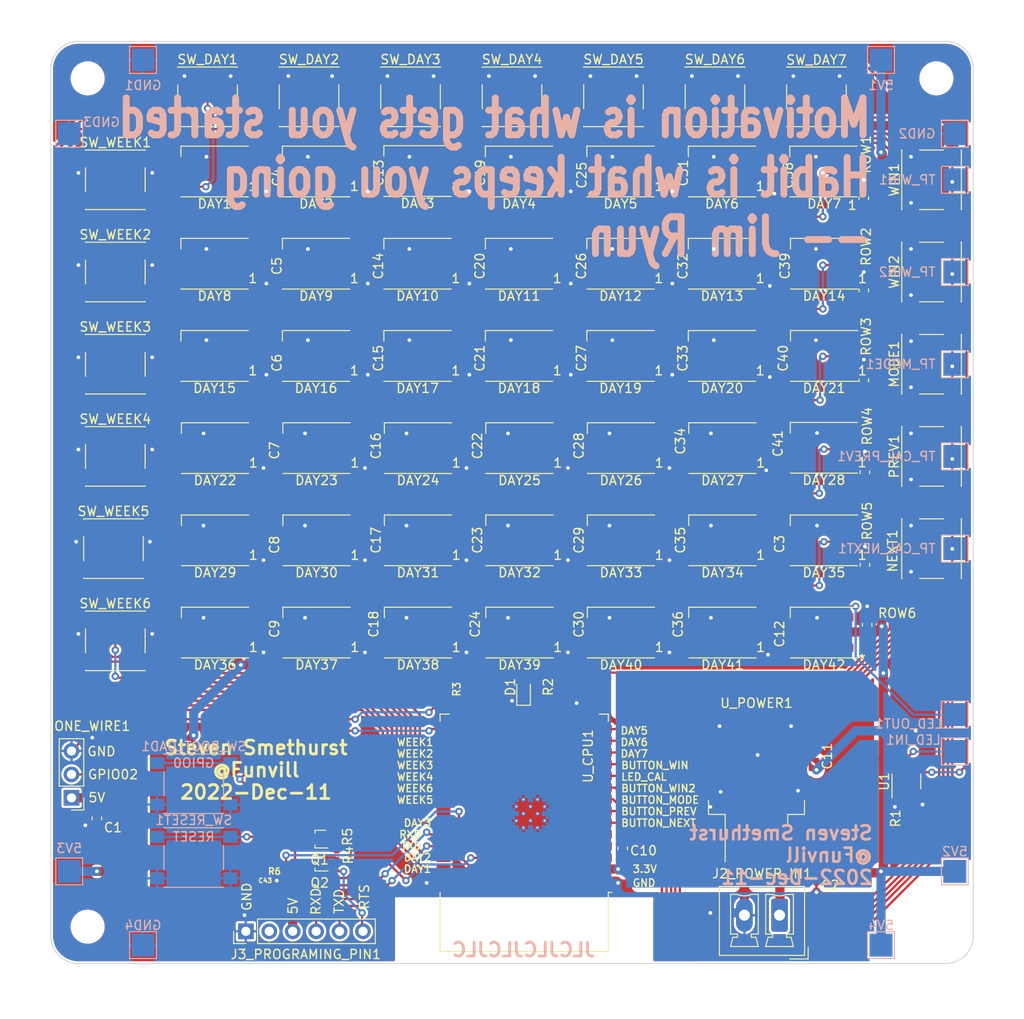
<source format=kicad_pcb>
(kicad_pcb (version 20211014) (generator pcbnew)
  (layers (0 "F.Cu" signal) (31 "B.Cu" signal) (34 "B.Paste" user) (35 "F.Paste" user) (36 "B.SilkS" user "B.Silkscreen") (37 "F.SilkS" user "F.Silkscreen") (38 "B.Mask" user) (39 "F.Mask" user) (44 "Edge.Cuts" user))
  (net 0 "")
  (net 1 "+3.3V")
  (net 2 "GND")
  (net 3 "+5V")
  (net 4 "/RESET")
  (net 5 "Net-(DAY1-Pad2)")
  (net 7 "/RXD")
  (net 8 "/TXD")
  (net 9 "/RTS")
  (net 10 "/DTR")
  (net 11 "Net-(DAY1-Pad4)")
  (net 12 "/GPIO0")
  (net 13 "Net-(DAY2-Pad2)")
  (net 14 "/PIN_LED_CAL")
  (net 15 "/PIN_LED_STATUS")
  (net 16 "/PIN_ONE_WIRE")
  (net 17 "/BUTTON_MODE")
  (net 18 "/BUTTON_CAL_NEXT")
  (net 19 "/BUTTON_CAL_PREV")
  (net 20 "/DAY1")
  (net 21 "/DAY2")
  (net 22 "/DAY3")
  (net 23 "/DAY4")
  (net 24 "/DAY5")
  (net 25 "/DAY6")
  (net 26 "/DAY7")
  (net 27 "/WEEK1")
  (net 28 "/WEEK2")
  (net 29 "/WEEK3")
  (net 30 "/WEEK4")
  (net 31 "/WEEK5")
  (net 32 "/WEEK6")
  (net 33 "/BUTTON_WIN1")
  (net 34 "Net-(DAY3-Pad2)")
  (net 43 "Net-(DAY4-Pad2)")
  (net 45 "/BUTTON_WIN2")
  (net 46 "Net-(DAY5-Pad2)")
  (net 47 "Net-(DAY6-Pad2)")
  (net 48 "Net-(DAY7-Pad2)")
  (net 49 "Net-(DAY8-Pad2)")
  (net 50 "Net-(DAY10-Pad4)")
  (net 51 "Net-(DAY10-Pad2)")
  (net 52 "Net-(DAY11-Pad2)")
  (net 53 "Net-(DAY12-Pad2)")
  (net 54 "Net-(DAY13-Pad2)")
  (net 55 "Net-(DAY14-Pad2)")
  (net 56 "Net-(DAY15-Pad2)")
  (net 57 "Net-(DAY16-Pad2)")
  (net 58 "Net-(DAY17-Pad2)")
  (net 59 "Net-(DAY18-Pad2)")
  (net 60 "Net-(DAY19-Pad2)")
  (net 61 "Net-(DAY20-Pad2)")
  (net 62 "Net-(DAY21-Pad2)")
  (net 63 "Net-(DAY22-Pad2)")
  (net 64 "Net-(DAY23-Pad2)")
  (net 65 "Net-(DAY24-Pad2)")
  (net 66 "Net-(DAY25-Pad2)")
  (net 67 "Net-(DAY26-Pad2)")
  (net 68 "Net-(DAY27-Pad2)")
  (net 69 "Net-(DAY28-Pad2)")
  (net 70 "Net-(DAY29-Pad2)")
  (net 71 "Net-(DAY30-Pad2)")
  (net 72 "Net-(DAY31-Pad2)")
  (net 73 "Net-(DAY32-Pad2)")
  (net 74 "Net-(DAY33-Pad2)")
  (net 75 "Net-(DAY34-Pad2)")
  (net 76 "Net-(D1-Pad2)")
  (net 77 "Net-(DAY35-Pad2)")
  (net 78 "Net-(DAY36-Pad2)")
  (net 79 "Net-(DAY37-Pad2)")
  (net 80 "Net-(DAY38-Pad2)")
  (net 81 "Net-(DAY39-Pad2)")
  (net 82 "Net-(DAY40-Pad2)")
  (net 83 "Net-(DAY41-Pad2)")
  (net 84 "Net-(LED_IN1-Pad1)")
  (net 85 "Net-(DAY42-Pad2)")
  (net 86 "Net-(ONE_WIRE1-Pad2)")
  (net 87 "Net-(Q1-Pad1)")
  (net 88 "Net-(Q2-Pad1)")
  (footprint "tom-passives:C_0402_1005Metric" (layer "F.Cu") (at 74.25 96.85 90)
    (fp_text reference "C8")
    (fp_text value "1uF,25V,X5R ")
  )
  (footprint "tom-passives:C_0402_1005Metric" (layer "F.Cu") (at 96.51125 76.85 90)
    (fp_text reference "C21")
    (fp_text value "1uF,25V,X5R ")
  )
  (footprint "LED_SMD:LED_WS2812B_PLCC4_5.0x5.0mm_P3.2mm" (layer "F.Cu") (at 122.76125 64.1 180)
    (fp_text reference "DAY13")
    (fp_text value "WS2812B")
  )
  (footprint "LED_SMD:LED_WS2812B_PLCC4_5.0x5.0mm_P3.2mm" (layer "F.Cu") (at 122.8125 84.1 180)
    (fp_text reference "DAY27")
    (fp_text value "WS2812B")
  )
  (footprint "LED_SMD:LED_WS2812B_PLCC4_5.0x5.0mm_P3.2mm" (layer "F.Cu") (at 111.8125 104.1 180)
    (fp_text reference "DAY40")
    (fp_text value "WS2812B")
  )
  (footprint "calendar:SW_Push_1P1T_NO_6x6mm_H9.5mm" (layer "F.Cu") (at 122 46)
    (fp_text reference "SW_DAY6")
    (fp_text value "Switch_SW_Push")
  )
  (footprint "calendar:SW_Push_1P1T_NO_6x6mm_H9.5mm" (layer "F.Cu") (at 89 46)
    (fp_text reference "SW_DAY3")
    (fp_text value "Switch_SW_Push")
  )
  (footprint "tom-passives:C_0402_1005Metric" (layer "F.Cu") (at 128.82375 86.85 90)
    (fp_text reference "C41")
    (fp_text value "1uF,25V,X5R ")
  )
  (footprint "tom-passives:C_0402_1005Metric" (layer "F.Cu") (at 118.25 107.015 90)
    (fp_text reference "C36")
    (fp_text value "1uF,25V,X5R ")
  )
  (footprint "LED_SMD:LED_WS2812B_PLCC4_5.0x5.0mm_P3.2mm" (layer "F.Cu") (at 67.76125 54.1 180)
    (fp_text reference "DAY1")
    (fp_text value "WS2812B")
  )
  (footprint "calendar:SW_Push_1P1T_NO_6x6mm_H9.5mm" (layer "F.Cu") (at 145.475 95 90)
    (fp_text reference "NEXT1")
    (fp_text value "Switch_SW_Push")
  )
  (footprint "LED_SMD:LED_WS2812B_PLCC4_5.0x5.0mm_P3.2mm" (layer "F.Cu") (at 89.76125 64.1 180)
    (fp_text reference "DAY10")
    (fp_text value "WS2812B")
  )
  (footprint "tom-passives:C_0402_1005Metric" (layer "F.Cu") (at 133 130.7575 -90)
    (fp_text reference "C2")
    (fp_text value "1uF,25V,X5R ")
  )
  (footprint "LED_SMD:LED_WS2812B_PLCC4_5.0x5.0mm_P3.2mm" (layer "F.Cu") (at 78.76125 54.1 180)
    (fp_text reference "DAY2")
    (fp_text value "WS2812B")
  )
  (footprint "tom-passives:C_0402_1005Metric" (layer "F.Cu") (at 85.51125 56.85 90)
    (fp_text reference "C13")
    (fp_text value "1uF,25V,X5R ")
  )
  (footprint "calendar:SW_Push_1P1T_NO_6x6mm_H9.5mm" (layer "F.Cu") (at 57 75)
    (fp_text reference "SW_WEEK3")
    (fp_text value "Switch_SW_Push")
  )
  (footprint "tom-passives:C_0402_1005Metric" (layer "F.Cu") (at 129.6975 57 90)
    (fp_text reference "C38")
    (fp_text value "1uF,25V,X5R ")
  )
  (footprint "LED_SMD:LED_WS2812B_PLCC4_5.0x5.0mm_P3.2mm" (layer "F.Cu") (at 67.8125 84.1 180)
    (fp_text reference "DAY22")
    (fp_text value "WS2812B")
  )
  (footprint "tom-passives:C_0402_1005Metric" (layer "F.Cu") (at 96.25 96.835 90)
    (fp_text reference "C23")
    (fp_text value "1uF,25V,X5R ")
  )
  (footprint "calendar:SW_Push_1P1T_NO_6x6mm_H9.5mm" (layer "F.Cu") (at 145.475 85 90)
    (fp_text reference "PREV1")
    (fp_text value "Switch_SW_Push")
  )
  (footprint "LED_SMD:LED_WS2812B_PLCC4_5.0x5.0mm_P3.2mm" (layer "F.Cu") (at 122.8125 94.1 180)
    (fp_text reference "DAY34")
    (fp_text value "WS2812B")
  )
  (footprint "RF_Module:ESP32-WROOM-32" (layer "F.Cu") (at 101.32 122.8275 180)
    (fp_text reference "U_CPU1")
    (fp_text value "ESP32-WROOM-32E")
  )
  (footprint "tom-passives:C_0402_1005Metric" (layer "F.Cu") (at 129.585 66.85 90)
    (fp_text reference "C39")
    (fp_text value "1uF,25V,X5R ")
  )
  (footprint "tom-passives:C_0402_1005Metric" (layer "F.Cu") (at 118.51125 66.85 90)
    (fp_text reference "C32")
    (fp_text value "1uF,25V,X5R ")
  )
  (footprint "LED_SMD:LED_WS2812B_PLCC4_5.0x5.0mm_P3.2mm" (layer "F.Cu") (at 67.76125 64.1 180)
    (fp_text reference "DAY8")
    (fp_text value "WS2812B")
  )
  (footprint "calendar:SW_Push_1P1T_NO_6x6mm_H9.5mm" (layer "F.Cu") (at 133 46)
    (fp_text reference "SW_DAY7")
    (fp_text value "Switch_SW_Push")
  )
  (footprint "MountingHole:MountingHole_3.2mm_M3" (layer "F.Cu") (at 146 136)
    (fp_text reference "TP_CORNER_2" hide)
    (fp_text value "TestPoint" hide)
  )
  (footprint "calendar:SW_Push_1P1T_NO_6x6mm_H9.5mm" (layer "F.Cu") (at 145.475 55 90)
    (fp_text reference "WIN1")
    (fp_text value "Switch_SW_Push")
  )
  (footprint "LED_SMD:LED_WS2812B_PLCC4_5.0x5.0mm_P3.2mm" (layer "F.Cu") (at 100.76125 64.1 180)
    (fp_text reference "DAY11")
    (fp_text value "WS2812B")
  )
  (footprint "tom-passives:C_0402_1005Metric" (layer "F.Cu") (at 107.25 86.85 90)
    (fp_text reference "C28")
    (fp_text value "1uF,25V,X5R ")
  )
  (footprint "tom-passives:C_0603_1608Metric" (layer "F.Cu") (at 138.135 67 -90)
    (fp_text reference "ROW2")
    (fp_text value "10uF,10V,X5R ")
  )
  (footprint "tom-passives:C_0402_1005Metric" (layer "F.Cu") (at 96.25 107 90)
    (fp_text reference "C24")
    (fp_text value "1uF,25V,X5R ")
  )
  (footprint "LED_SMD:LED_WS2812B_PLCC4_5.0x5.0mm_P3.2mm" (layer "F.Cu") (at 78.8125 104.1 180)
    (fp_text reference "DAY37")
    (fp_text value "WS2812B")
  )
  (footprint "LED_SMD:LED_WS2812B_PLCC4_5.0x5.0mm_P3.2mm" (layer "F.Cu") (at 100.76125 54.1 180)
    (fp_text reference "DAY4")
    (fp_text value "WS2812B")
  )
  (footprint "tom-passives:C_0402_1005Metric" (layer "F.Cu") (at 118.25 96.85 90)
    (fp_text reference "C35")
    (fp_text value "1uF,25V,X5R ")
  )
  (footprint "tom-passives:C_0402_1005Metric" (layer "F.Cu") (at 129 96.75 90)
    (fp_text reference "C3")
    (fp_text value "1uF,25V,X5R ")
  )
  (footprint "MountingHole:MountingHole_3.2mm_M3" (layer "F.Cu") (at 146 44)
    (fp_text reference "TP_CORNER_1" hide)
    (fp_text value "TestPoint" hide)
  )
  (footprint "Package_TO_SOT_SMD:SOT-416" (layer "F.Cu") (at 79.15 129 180)
    (fp_text reference "Q2")
    (fp_text value "PN2222A")
  )
  (footprint "tom-passives:R_0402_1005Metric" (layer "F.Cu") (at 94 111.5)
    (fp_text reference "R3")
    (fp_text value "4.7k")
  )
  (footprint "LED_SMD:LED_WS2812B_PLCC4_5.0x5.0mm_P3.2mm" (layer "F.Cu") (at 133.835 74.1 180)
    (fp_text reference "DAY21")
    (fp_text value "WS2812B")
  )
  (footprint "LED_SMD:LED_WS2812B_PLCC4_5.0x5.0mm_P3.2mm" (layer "F.Cu") (at 89.76125 54.05 180)
    (fp_text reference "DAY3")
    (fp_text value "WS2812B")
  )
  (footprint "LED_SMD:LED_WS2812B_PLCC4_5.0x5.0mm_P3.2mm" (layer "F.Cu") (at 89.8125 104.1 180)
    (fp_text reference "DAY38")
    (fp_text value "WS2812B")
  )
  (footprint "tom-passives:C_0402_1005Metric" (layer "F.Cu") (at 74.25 86.85 90)
    (fp_text reference "C7")
    (fp_text value "1uF,25V,X5R ")
  )
  (footprint "tom-passives:C_0402_1005Metric" (layer "F.Cu") (at 107.51125 76.85 90)
    (fp_text reference "C27")
    (fp_text value "1uF,25V,X5R ")
  )
  (footprint "tom-passives:C_0402_1005Metric" (layer "F.Cu") (at 107.25 96.85 90)
    (fp_text reference "C29")
    (fp_text value "1uF,25V,X5R ")
  )
  (footprint "tom-passives:C_0402_1005Metric" (layer "F.Cu") (at 74.51125 56.85 90)
    (fp_text reference "C4")
    (fp_text value "1uF,25V,X5R ")
  )
  (footprint "tom-passives:C_0603_1608Metric" (layer "F.Cu") (at 112 127.5 90)
    (fp_text reference "C10")
    (fp_text value "10uF,10V,X5R ")
  )
  (footprint "tom-passives:C_0402_1005Metric" (layer "F.Cu") (at 85.25 106.985 90)
    (fp_text reference "C18")
    (fp_text value "1uF,25V,X5R ")
  )
  (footprint "tom-passives:C_0402_1005Metric" (layer "F.Cu") (at 107.51125 56.85 90)
    (fp_text reference "C25")
    (fp_text value "1uF,25V,X5R ")
  )
  (footprint "tom-passives:C_0402_1005Metric" (layer "F.Cu") (at 118.51125 56.85 90)
    (fp_text reference "C31")
    (fp_text value "1uF,25V,X5R ")
  )
  (footprint "tom-passives:C_0603_1608Metric" (layer "F.Cu") (at 55 124.25 -90)
    (fp_text reference "C1")
    (fp_text value "10uF,10V,X5R ")
  )
  (footprint "tom-passives:C_0402_1005Metric" (layer "F.Cu") (at 76 131 180)
    (fp_text reference "C43")
    (fp_text value "1uF,25V,X5R ")
  )
  (footprint "tom-passives:R_0402_1005Metric" (layer "F.Cu") (at 81 128.25 90)
    (fp_text reference "R4")
    (fp_text value "10k")
  )
  (footprint "tom-opto:LED_0603_1608Metric" (layer "F.Cu") (at 101.25 110.5 90)
    (fp_text reference "D1")
    (fp_text value "STATUS_LED")
  )
  (footprint "tom-passives:C_0603_1608Metric" (layer "F.Cu") (at 138.5 103.25 -90)
    (fp_text reference "ROW6")
    (fp_text value "10uF,10V,X5R ")
  )
  (footprint "tom-passives:C_0402_1005Metric" (layer "F.Cu") (at 118.25 86.85 90)
    (fp_text reference "C34")
    (fp_text value "1uF,25V,X5R ")
  )
  (footprint "LED_SMD:LED_WS2812B_PLCC4_5.0x5.0mm_P3.2mm" (layer "F.Cu") (at 89.8125 84.1 180)
    (fp_text reference "DAY24")
    (fp_text value "WS2812B")
  )
  (footprint "Package_TO_SOT_SMD:SOT-416" (layer "F.Cu") (at 79.15 126.5 180)
    (fp_text reference "Q1")
    (fp_text value "PN2222A")
  )
  (footprint "tom-passives:C_0402_1005Metric" (layer "F.Cu") (at 133 117.5 -90)
    (fp_text reference "C11")
    (fp_text value "1uF,25V,X5R ")
  )
  (footprint "LED_SMD:LED_WS2812B_PLCC4_5.0x5.0mm_P3.2mm" (layer "F.Cu") (at 122.76125 74.1 180)
    (fp_text reference "DAY20")
    (fp_text value "WS2812B")
  )
  (footprint "LED_SMD:LED_WS2812B_PLCC4_5.0x5.0mm_P3.2mm" (layer "F.Cu") (at 122.8125 104.1 180)
    (fp_text reference "DAY41")
    (fp_text value "WS2812B")
  )
  (footprint "LED_SMD:LED_WS2812B_PLCC4_5.0x5.0mm_P3.2mm" (layer "F.Cu") (at 111.8125 94.1 180)
    (fp_text reference "DAY33")
    (fp_text value "WS2812B")
  )
  (footprint "tom-passives:C_0402_1005Metric" (layer "F.Cu") (at 96.51125 56.85 90)
    (fp_text reference "C19")
    (fp_text value "1uF,25V,X5R ")
  )
  (footprint "tom-passives:R_0402_1005Metric" (layer "F.Cu") (at 81 126.25 -90)
    (fp_text reference "R5")
    (fp_text value "10k")
  )
  (footprint "tom-passives:C_0603_1608Metric" (layer "F.Cu") (at 138.135 57 -90)
    (fp_text reference "ROW1")
    (fp_text value "10uF,10V,X5R ")
  )
  (footprint "tom-passives:C_0402_1005Metric" (layer "F.Cu") (at 74.51125 66.85 90)
    (fp_text reference "C5")
    (fp_text value "1uF,25V,X5R ")
  )
  (footprint "calendar:SW_Push_1P1T_NO_6x6mm_H9.5mm" (layer "F.Cu") (at 145.475 65 90)
    (fp_text reference "WIN2")
    (fp_text value "Switch_SW_Push")
  )
  (footprint "LED_SMD:LED_WS2812B_PLCC4_5.0x5.0mm_P3.2mm" (layer "F.Cu") (at 89.8125 94.1 180)
    (fp_text reference "DAY31")
    (fp_text value "WS2812B")
  )
  (footprint "tom-passives:C_0402_1005Metric" (layer "F.Cu") (at 107.5 107 90)
    (fp_text reference "C30")
    (fp_text value "1uF,25V,X5R ")
  )
  (footprint "LED_SMD:LED_WS2812B_PLCC4_5.0x5.0mm_P3.2mm" (layer "F.Cu") (at 100.8125 94.1 180)
    (fp_text reference "DAY32")
    (fp_text value "WS2812B")
  )
  (footprint "tom-passives:C_0603_1608Metric" (layer "F.Cu") (at 138.135 76.75 -90)
    (fp_text reference "ROW3")
    (fp_text value "10uF,10V,X5R ")
  )
  (footprint "LED_SMD:LED_WS2812B_PLCC4_5.0x5.0mm_P3.2mm" (layer "F.Cu") (at 89.76125 74.1 180)
    (fp_text reference "DAY17")
    (fp_text value "WS2812B")
  )
  (footprint "LED_SMD:LED_WS2812B_PLCC4_5.0x5.0mm_P3.2mm" (layer "F.Cu") (at 78.8125 94.1 180)
    (fp_text reference "DAY30")
    (fp_text value "WS2812B")
  )
  (footprint "LED_SMD:LED_WS2812B_PLCC4_5.0x5.0mm_P3.2mm" (layer "F.Cu") (at 100.8125 84.1 180)
    (fp_text reference "DAY25")
    (fp_text value "WS2812B")
  )
  (footprint "LED_SMD:LED_WS2812B_PLCC4_5.0x5.0mm_P3.2mm" (layer "F.Cu") (at 133.835 64.1 180)
    (fp_text reference "DAY14")
    (fp_text value "WS2812B")
  )
  (footprint "calendar:SW_Push_1P1T_NO_6x6mm_H9.5mm" (layer "F.Cu") (at 78 46)
    (fp_text reference "SW_DAY2")
    (fp_text value "Switch_SW_Push")
  )
  (footprint "LED_SMD:LED_WS2812B_PLCC4_5.0x5.0mm_P3.2mm" (layer "F.Cu") (at 133.76125 54.1 180)
    (fp_text reference "DAY7")
    (fp_text value "WS2812B")
  )
  (footprint "tom-passives:C_0402_1005Metric" (layer "F.Cu") (at 74.5 107 90)
    (fp_text reference "C9")
    (fp_text value "1uF,25V,X5R ")
  )
  (footprint "tom-passives:R_0402_1005Metric" (layer "F.Cu") (at 76 130 180)
    (fp_text reference "R6")
    (fp_text value "10k")
  )
  (footprint "LED_SMD:LED_WS2812B_PLCC4_5.0x5.0mm_P3.2mm" (layer "F.Cu") (at 67.8125 104.1 180)
    (fp_text reference "DAY36")
    (fp_text value "WS2812B")
  )
  (footprint "calendar:SW_Push_1P1T_NO_6x6mm_H9.5mm" (layer "F.Cu") (at 67 46)
    (fp_text reference "SW_DAY1")
    (fp_text value "Switch_SW_Push")
  )
  (footprint "LED_SMD:LED_WS2812B_PLCC4_5.0x5.0mm_P3.2mm" (layer "F.Cu") (at 78.8125 84.1 180)
    (fp_text reference "DAY23")
    (fp_text value "WS2812B")
  )
  (footprint "calendar:SW_Push_1P1T_NO_6x6mm_H9.5mm" (layer "F.Cu") (at 57 105)
    (fp_text reference "SW_WEEK6")
    (fp_text value "Switch_SW_Push")
  )
  (footprint "LED_SMD:LED_WS2812B_PLCC4_5.0x5.0mm_P3.2mm" (layer "F.Cu") (at 78.76125 64.1 180)
    (fp_text reference "DAY9")
    (fp_text value "WS2812B")
  )
  (footprint "LED_SMD:LED_WS2812B_PLCC4_5.0x5.0mm_P3.2mm" (layer "F.Cu") (at 111.8125 84.1 180)
    (fp_text reference "DAY26")
    (fp_text value "WS2812B")
  )
  (footprint "LED_SMD:LED_WS2812B_PLCC4_5.0x5.0mm_P3.2mm" (layer "F.Cu") (at 133.8125 104.1 180)
    (fp_text reference "DAY42")
    (fp_text value "WS2812B")
  )
  (footprint "LED_SMD:LED_WS2812B_PLCC4_5.0x5.0mm_P3.2mm" (layer "F.Cu") (at 67.76125 74.1 180)
    (fp_text reference "DAY15")
    (fp_text value "WS2812B")
  )
  (footprint "calendar:SOT-23-5" (layer "F.Cu") (at 142.75 120.25 90)
    (fp_text reference "U1")
    (fp_text value "74AHC1G125")
  )
  (footprint "LED_SMD:LED_WS2812B_PLCC4_5.0x5.0mm_P3.2mm" (layer "F.Cu") (at 78.76125 74.1 180)
    (fp_text reference "DAY16")
    (fp_text value "WS2812B")
  )
  (footprint "tom-passives:C_0402_1005Metric" (layer "F.Cu") (at 118.51125 76.85 90)
    (fp_text reference "C33")
    (fp_text value "1uF,25V,X5R ")
  )
  (footprint "MountingHole:MountingHole_3.2mm_M3" (layer "F.Cu") (at 54 44)
    (fp_text reference "TP_CORNER_4" hide)
    (fp_text value "TestPoint" hide)
  )
  (footprint "tom-passives:C_0402_1005Metric" (layer "F.Cu") (at 96.25 86.85 90)
    (fp_text reference "C22")
    (fp_text value "1uF,25V,X5R ")
  )
  (footprint "LED_SMD:LED_WS2812B_PLCC4_5.0x5.0mm_P3.2mm" (layer "F.Cu") (at 133.8125 94.1 180)
    (fp_text reference "DAY35")
    (fp_text value "WS2812B")
  )
  (footprint "LED_SMD:LED_WS2812B_PLCC4_5.0x5.0mm_P3.2mm" (layer "F.Cu") (at 122.76125 54.1 180)
    (fp_text reference "DAY6")
    (fp_text value "WS2812B")
  )
  (footprint "calendar:SW_Push_1P1T_NO_6x6mm_H9.5mm" (layer "F.Cu") (at 56.8 95)
    (fp_text reference "SW_WEEK5")
    (fp_text value "Switch_SW_Push")
  )
  (footprint "calendar:SW_Push_1P1T_NO_6x6mm_H9.5mm" (layer "F.Cu") (at 57 85)
    (fp_text reference "SW_WEEK4")
    (fp_text value "Switch_SW_Push")
  )
  (footprint "Connector_Phoenix_MC:PhoenixContact_MCV_1,5_2-G-3.81_1x02_P3.81mm_Vertical" (layer "F.Cu") (at 129 134.75 180)
    (fp_text reference "J2_POWER_IN1")
    (fp_text value "Conn_01x02")
  )
  (footprint "LED_SMD:LED_WS2812B_PLCC4_5.0x5.0mm_P3.2mm" (layer "F.Cu") (at 100.8125 104.1 180)
    (fp_text reference "DAY39")
    (fp_text value "WS2812B")
  )
  (footprint "calendar:SW_Push_1P1T_NO_6x6mm_H9.5mm" (layer "F.Cu") (at 111 46)
    (fp_text reference "SW_DAY5")
    (fp_text value "Switch_SW_Push")
  )
  (footprint "LED_SMD:LED_WS2812B_PLCC4_5.0x5.0mm_P3.2mm" (layer "F.Cu") (at 111.76125 54.1 180)
    (fp_text reference "DAY5")
    (fp_text value "WS2812B")
  )
  (footprint "tom-passives:C_0402_1005Metric" (layer "F.Cu") (at 129.585 76.85 90)
    (fp_text reference "C40")
    (fp_text value "1uF,25V,X5R ")
  )
  (footprint "tom-passives:C_0603_1608Metric" (layer "F.Cu") (at 138.25 96.75 -90)
    (fp_text reference "ROW5")
    (fp_text value "10uF,10V,X5R ")
  )
  (footprint "tom-passives:C_0402_1005Metric" (layer "F.Cu") (at 85.51125 66.85 90)
    (fp_text reference "C14")
    (fp_text value "1uF,25V,X5R ")
  )
  (footprint "tom-passives:C_0402_1005Metric" (layer "F.Cu") (at 74.51125 76.85 90)
    (fp_text reference "C6")
    (fp_text value "1uF,25V,X5R ")
  )
  (footprint "LED_SMD:LED_WS2812B_PLCC4_5.0x5.0mm_P3.2mm" (layer "F.Cu") (at 111.76125 74.1 180)
    (fp_text reference "DAY19")
    (fp_text value "WS2812B")
  )
  (footprint "tom-passives:C_0402_1005Metric" (layer "F.Cu") (at 85.25 96.85 90)
    (fp_text reference "C17")
    (fp_text value "1uF,25V,X5R ")
  )
  (footprint "MountingHole:MountingHole_3.2mm_M3" (layer "F.Cu") (at 54 136)
    (fp_text reference "TP_CORNER_3" hide)
    (fp_text value "TestPoint" hide)
  )
  (footprint "LED_SMD:LED_WS2812B_PLCC4_5.0x5.0mm_P3.2mm" (layer "F.Cu") (at 133.8125 84.0625 180)
    (fp_text reference "DAY28")
    (fp_text value "WS2812B")
  )
  (footprint "tom-passives:C_0402_1005Metric" (layer "F.Cu") (at 107.51125 66.85 90)
    (fp_text reference "C26")
    (fp_text value "1uF,25V,X5R ")
  )
  (footprint "LED_SMD:LED_WS2812B_PLCC4_5.0x5.0mm_P3.2mm" (layer "F.Cu") (at 111.76125 64.1 180)
    (fp_text reference "DAY12")
    (fp_text value "WS2812B")
  )
  (footprint "tom-passives:R_0402_1005Metric" (layer "F.Cu") (at 142.75 123.5 90)
    (fp_text reference "R1")
    (fp_text value "0")
  )
  (footprint "calendar:SW_Push_1P1T_NO_6x6mm_H9.5mm" (layer "F.Cu") (at 57 65)
    (fp_text reference "SW_WEEK2")
    (fp_text value "Switch_SW_Push")
  )
  (footprint "Connector_PinHeader_2.54mm:PinHeader_1x06_P2.54mm_Vertical" (layer "F.Cu") (at 71.15 136.5 90)
    (fp_text reference "J3_PROGRAMING_PIN1")
    (fp_text value "Conn_01x06")
  )
  (footprint "tom-passives:R_0402_1005Metric" (layer "F.Cu") (at 102.75 110 -90)
    (fp_text reference "R2")
    (fp_text value "1k")
  )
  (footprint "calendar:SW_Push_1P1T_NO_6x6mm_H9.5mm" (layer "F.Cu") (at 100 46)
    (fp_text reference "SW_DAY4")
    (fp_text value "Switch_SW_Push")
  )
  (footprint "tom-passives:C_0402_1005Metric" (layer "F.Cu") (at 85.25 86.85 90)
    (fp_text reference "C16")
    (fp_text value "1uF,25V,X5R ")
  )
  (footprint "calendar:SW_Push_1P1T_NO_6x6mm_H9.5mm" (layer "F.Cu") (at 145.475 75 90)
    (fp_text reference "MODE1")
    (fp_text value "Switch_SW_Push")
  )
  (footprint "tom-passives:C_0402_1005Metric" (layer "F.Cu") (at 85.51125 76.85 90)
    (fp_text reference "C15")
    (fp_text value "1uF,25V,X5R ")
  )
  (footprint "tom-passives:C_0402_1005Metric" (layer "F.Cu") (at 129 107 90)
    (fp_text reference "C12")
    (fp_text value "1uF,25V,X5R ")
  )
  (footprint "Package_TO_SOT_SMD:TO-263-3_TabPin2" (layer "F.Cu") (at 126.5 120.875 90)
    (fp_text reference "U_POWER1")
    (fp_text value "LT1117-3.3")
  )
  (footprint "tom-passives:C_0402_1005Metric" (layer "F.Cu") (at 96.51125 66.85 90)
    (fp_text reference "C20")
    (fp_text value "1uF,25V,X5R ")
  )
  (footprint "calendar:SW_Push_1P1T_NO_6x6mm_H9.5mm" (layer "F.Cu") (at 57 55)
    (fp_text reference "SW_WEEK1")
    (fp_text value "Switch_SW_Push")
  )
  (footprint "tom-passives:C_0603_1608Metric" (layer "F.Cu") (at 138.25 86.7125 -90)
    (fp_text reference "ROW4")
    (fp_text value "10uF,10V,X5R ")
  )
  (footprint "Connector_PinHeader_2.54mm:PinHeader_1x03_P2.54mm_Vertical" (layer "F.Cu") (at 52.25 122.025 180)
    (fp_text reference "ONE_WIRE1")
    (fp_text value "Conn_01x03")
  )
  (footprint "LED_SMD:LED_WS2812B_PLCC4_5.0x5.0mm_P3.2mm" (layer "F.Cu") (at 100.76125 74.1 180)
    (fp_text reference "DAY18")
    (fp_text value "WS2812B")
  )
  (footprint "LED_SMD:LED_WS2812B_PLCC4_5.0x5.0mm_P3.2mm" (layer "F.Cu") (at 67.8125 94.1 180)
    (fp_text reference "DAY29")
    (fp_text value "WS2812B")
  )
  (footprint "TestPoint:TestPoint_Pad_2.5x2.5mm" (layer "B.Cu") (at 148 117 180)
    (fp_text reference "LED_IN1")
    (fp_text value "TestPoint")
  )
  (footprint "calendar:SW_Push_1P1T_NO_6x6mm_H9.5mm" (layer "B.Cu") (at 65.5 128.5 180)
    (fp_text reference "SW_RESET1")
    (fp_text value "Switch_SW_Push")
  )
  (footprint "TestPoint:TestPoint_Pad_2.5x2.5mm" (layer "B.Cu") (at 148 113 180)
    (fp_text reference "LED_OUT1")
    (fp_text value "TestPoint")
  )
  (footprint "TestPoint:TestPoint_Pad_2.5x2.5mm" (layer "B.Cu") (at 148 65 180)
    (fp_text reference "TP_WIN2")
    (fp_text value "TestPoint")
  )
  (footprint "TestPoint:TestPoint_Pad_2.5x2.5mm" (layer "B.Cu") (at 148 50 180)
    (fp_text reference "GND2")
    (fp_text value "TestPoint")
  )
  (footprint "TestPoint:TestPoint_Pad_2.5x2.5mm" (layer "B.Cu") (at 140 138 180)
    (fp_text reference "5V4")
    (fp_text value "TestPoint")
  )
  (footprint "TestPoint:TestPoint_Pad_2.5x2.5mm" (layer "B.Cu") (at 148 85 180)
    (fp_text reference "TP_CAL_PREV1")
    (fp_text value "TestPoint")
  )
  (footprint "TestPoint:TestPoint_Pad_2.5x2.5mm" (layer "B.Cu") (at 148 130 180)
    (fp_text reference "5V2")
    (fp_text value "TestPoint")
  )
  (footprint "TestPoint:TestPoint_Pad_2.5x2.5mm" (layer "B.Cu") (at 52 130 180)
    (fp_text reference "5V3")
    (fp_text value "TestPoint")
  )
  (footprint "TestPoint:TestPoint_Pad_2.5x2.5mm" (layer "B.Cu") (at 60 42 180)
    (fp_text reference "GND1")
    (fp_text value "TestPoint")
  )
  (footprint "TestPoint:TestPoint_Pad_2.5x2.5mm" (layer "B.Cu") (at 140 42 180)
    (fp_text reference "5V1")
    (fp_text value "TestPoint")
  )
  (footprint "TestPoint:TestPoint_Pad_2.5x2.5mm" (layer "B.Cu") (at 60 138 180)
    (fp_text reference "GND4")
    (fp_text value "TestPoint")
  )
  (footprint "TestPoint:TestPoint_Pad_2.5x2.5mm" (layer "B.Cu") (at 148 95 180)
    (fp_text reference "TP_CAL_NEXT1")
    (fp_text value "TestPoint")
  )
  (footprint "TestPoint:TestPoint_Pad_2.5x2.5mm" (layer "B.Cu") (at 52 50 180)
    (fp_text reference "GND3")
    (fp_text value "TestPoint")
  )
  (footprint "TestPoint:TestPoint_Pad_2.5x2.5mm" (layer "B.Cu") (at 148 75 180)
    (fp_text reference "TP_MODE1")
    (fp_text value "TestPoint")
  )
  (footprint "TestPoint:TestPoint_Pad_2.5x2.5mm" (layer "B.Cu") (at 148 55 180)
    (fp_text reference "TP_WIN1")
    (fp_text value "TestPoint")
  )
  (footprint "calendar:SW_Push_1P1T_NO_6x6mm_H9.5mm" (layer "B.Cu") (at 65.5 120.5 180)
    (fp_text reference "SW_BOOTLOAD1")
    (fp_text value "Switch_SW_Push")
  )
  (gr_line (start 147 140) (end 53 140) (layer "Edge.Cuts") (width 0.1))
  (gr_line (start 150 137) (end 150 43) (layer "Edge.Cuts") (width 0.1))
  (gr_arc (start 150 137) (mid 149.12132 139.12132) (end 147 140) (layer "Edge.Cuts") (width 0.1))
  (gr_arc (start 147 40) (mid 149.12132 40.87868) (end 150 43) (layer "Edge.Cuts") (width 0.1))
  (gr_arc (start 53 140) (mid 50.87868 139.12132) (end 50 137) (layer "Edge.Cuts") (width 0.1))
  (gr_line (start 50 43) (end 50 137) (layer "Edge.Cuts") (width 0.1))
  (gr_arc (start 50 43) (mid 50.87868 40.87868) (end 53 40) (layer "Edge.Cuts") (width 0.1))
  (gr_line (start 53 40) (end 147 40) (layer "Edge.Cuts") (width 0.1))
  (gr_text "Motivation is what gets you started\nHabit is what keeps you going\n-- Jim Ryun" (at 139.25 54.75) (layer "B.SilkS") (effects (font (size 4 3) (thickness 0.75)) (justify left mirror)))
  (gr_text "RESET" (at 65.5 126.25) (layer "B.SilkS") (effects (font (size 1 1)) (justify mirror)))
  (gr_text "JLCJLCJLCJLC" (at 101.25 138.5) (layer "B.SilkS") (effects (font (size 1.5 1.5) (thickness 0.3)) (justify mirror)))
  (gr_text "Steven Smethurst\n@Funvill\n2022-Dec-11" (at 139.25 128.25) (layer "B.SilkS") (effects (font (size 1.5 1.5) (thickness 0.3)) (justify left mirror)))
  (gr_text "GPIO0" (at 65.5 118.25) (layer "B.SilkS") (effects (font (size 1 1)) (justify mirror)))
  (gr_text "BUTTON_PREV" (at 111.75 123.5) (layer "F.SilkS") (effects (font (size 0.8 0.8)) (justify left)))
  (gr_text "GND" (at 113 131.25) (layer "F.SilkS") (effects (font (size 0.8 0.8)) (justify left)))
  (gr_text "DAY5" (at 113.25 114.75) (layer "F.SilkS") (effects (font (size 0.8 0.8))))
  (gr_text "DAY3" (at 89.75 124.75) (layer "F.SilkS") (effects (font (size 0.8 0.8))))
  (gr_text "BUTTON_WIN2" (at 111.75 121) (layer "F.SilkS") (effects (font (size 0.8 0.8)) (justify left)))
  (gr_text "WEEK6" (at 89.5 121) (layer "F.SilkS") (effects (font (size 0.8 0.8))))
  (gr_text "WEEK2" (at 89.5 117.25) (layer "F.SilkS") (effects (font (size 0.8 0.8))))
  (gr_text "RXD" (at 90.25 126) (layer "F.SilkS") (effects (font (size 0.8 0.8)) (justify right)))
  (gr_text "DAY1" (at 89.75 129.75) (layer "F.SilkS") (effects (font (size 0.8 0.8))))
  (gr_text "WEEK1" (at 89.5 116) (layer "F.SilkS") (effects (font (size 0.8 0.8))))
  (gr_text "GND" (at 71.25 132.75 90) (layer "F.SilkS") (effects (font (size 1 1))))
  (gr_text "GPIO02" (at 56.75 119.5) (layer "F.SilkS") (effects (font (size 1 1))))
  (gr_text "WEEK5" (at 89.5 122.25) (layer "F.SilkS") (effects (font (size 0.8 0.8))))
  (gr_text "5V" (at 55 122) (layer "F.SilkS") (effects (font (size 1 1))))
  (gr_text "TXD" (at 90.25 127.25) (layer "F.SilkS") (effects (font (size 0.8 0.8)) (justify right)))
  (gr_text "GND" (at 55.5 117) (layer "F.SilkS") (effects (font (size 1 1))))
  (gr_text "WEEK3" (at 89.5 118.5) (layer "F.SilkS") (effects (font (size 0.8 0.8))))
  (gr_text "DAY2" (at 89.75 128.5) (layer "F.SilkS") (effects (font (size 0.8 0.8))))
  (gr_text "RTS" (at 84 132.75 90) (layer "F.SilkS") (effects (font (size 1 1))))
  (gr_text "BUTTON_MODE" (at 111.75 122.25) (layer "F.SilkS") (effects (font (size 0.8 0.8)) (justify left)))
  (gr_text "BUTTON_NEXT" (at 111.75 124.75) (layer "F.SilkS") (effects (font (size 0.8 0.8)) (justify left)))
  (gr_text "BUTTON_WIN" (at 111.75 118.5) (layer "F.SilkS") (effects (font (size 0.8 0.8)) (justify left)))
  (gr_text "DAY6" (at 113.25 116) (layer "F.SilkS") (effects (font (size 0.8 0.8))))
  (gr_text "DAY7" (at 113.25 117.25) (layer "F.SilkS") (effects (font (size 0.8 0.8))))
  (gr_text "LED_CAL" (at 111.75 119.75) (layer "F.SilkS") (effects (font (size 0.8 0.8)) (justify left)))
  (gr_text "WEEK4" (at 89.5 119.75) (layer "F.SilkS") (effects (font (size 0.8 0.8))))
  (gr_text "RXD" (at 78.75 133.25 90) (layer "F.SilkS") (effects (font (size 1 1))))
  (gr_text "Steven Smethurst\n@Funvill\n2022-Dec-11" (at 72.25 119) (layer "F.SilkS") (effects (font (size 1.5 1.5) (thickness 0.3))))
  (gr_text "5V" (at 76.25 133.75 90) (layer "F.SilkS") (effects (font (size 1 1))))
  (gr_text "TXD" (at 81.25 133.25 90) (layer "F.SilkS") (effects (font (size 1 1))))
  (gr_text "3.3V" (at 113 129.75) (layer "F.SilkS") (effects (font (size 0.8 0.8)) (justify left)))
  (segment (start 111.5 129.75) (end 112 129.25) (width 1) (layer "F.Cu") (net 1))
  (segment (start 121.5 123) (end 121.5 122.5) (width 1) (layer "F.Cu") (net 1))
  (segment (start 94.25 128.275305) (end 94.25 123.5) (width 0.25) (layer "F.Cu") (net 1))
  (segment (start 110.1275 129.75) (end 110.07 129.8075) (width 1) (layer "F.Cu") (net 1))
  (segment (start 75.515 130) (end 75.515 128.265) (width 0.25) (layer "F.Cu") (net 1))
  (segment (start 121.5 122.5) (end 122.625 121.375) (width 1) (layer "F.Cu") (net 1))
  (segment (start 111.5 129.75) (end 110.1275 129.75) (width 1) (layer "F.Cu") (net 1))
  (segment (start 75.515 128.265) (end 75.5 128.25) (width 0.25) (layer "F.Cu") (net 1))
  (segment (start 94.25 128.275305) (end 95.782195 129.8075) (width 0.25) (layer "F.Cu") (net 1))
  (segment (start 133 117.015) (end 126.985 117.015) (width 0.25) (layer "F.Cu") (net 1))
  (segment (start 126.5 126.65) (end 126.5 117.5) (width 1) (layer "F.Cu") (net 1))
  (segment (start 112 129.25) (end 112 128.2875) (width 1) (layer "F.Cu") (net 1))
  (segment (start 95.782195 129.8075) (end 110.07 129.8075) (width 0.25) (layer "F.Cu") (net 1))
  (via (at 122.5 114.25) (size 0.8) (drill 0.4) (layers "F.Cu" "B.Cu") (net 1))
  (via (at 111.5 129.75) (size 0.8) (drill 0.4) (layers "F.Cu" "B.Cu") (net 1))
  (via (at 121.5 123) (size 0.8) (drill 0.4) (layers "F.Cu" "B.Cu") (net 1))
  (via (at 130.25 114.25) (size 0.8) (drill 0.4) (layers "F.Cu" "B.Cu") (net 1))
  (via (at 75.5 128.25) (size 0.8) (drill 0.4) (layers "F.Cu" "B.Cu") (net 1))
  (via (at 126.625 117.375) (size 0.8) (drill 0.4) (layers "F.Cu" "B.Cu") (net 1))
  (via (at 122.625 121.375) (size 0.8) (drill 0.4) (layers "F.Cu" "B.Cu") (net 1))
  (via (at 131 121.25) (size 0.8) (drill 0.4) (layers "F.Cu" "B.Cu") (net 1))
  (via (at 94.25 123.5) (size 0.8) (drill 0.4) (layers "F.Cu" "B.Cu") (net 1))
  (segment (start 87 128.25) (end 75.5 128.25) (width 0.25) (layer "B.Cu") (net 1))
  (segment (start 94.25 123.5) (end 91.75 123.5) (width 0.25) (layer "B.Cu") (net 1))
  (segment (start 114.6925 129.8075) (end 111.5575 129.8075) (width 1) (layer "B.Cu") (net 1))
  (segment (start 91.75 123.5) (end 87 128.25) (width 0.25) (layer "B.Cu") (net 1))
  (segment (start 111.5575 129.8075) (end 111.5 129.75) (width 1) (layer "B.Cu") (net 1))
  (segment (start 121.5 123) (end 114.6925 129.8075) (width 1) (layer "B.Cu") (net 1))
  (segment (start 125.975 43.75) (end 124.5 43.75) (width 0.25) (layer "F.Cu") (net 2))
  (segment (start 87.31125 52.45) (end 88.82375 52.45) (width 0.25) (layer "F.Cu") (net 2))
  (segment (start 123.96 129.46) (end 123.96 126.65) (width 1) (layer "F.Cu") (net 2))
  (segment (start 60.975 84.225) (end 61 84.25) (width 0.25) (layer "F.Cu") (net 2))
  (segment (start 52.825 92.75) (end 52.825 94.175) (width 0.25) (layer "F.Cu") (net 2))
  (segment (start 74.2 106.365) (end 73.1775 106.365) (width 0.25) (layer "F.Cu") (net 2))
  (segment (start 112.9925 127.705) (end 112.9925 130.9925) (width 0.5) (layer "F.Cu") (net 2))
  (segment (start 96.51125 66.365) (end 95.48875 66.365) (width 0.25) (layer "F.Cu") (net 2))
  (segment (start 129.025 43.75) (end 130.5 43.75) (width 0.25) (layer "F.Cu") (net 2))
  (segment (start 100.2125 111.2875) (end 100 111.5) (width 0.25) (layer "F.Cu") (net 2))
  (segment (start 53.025 64.225) (end 53 64.25) (width 0.25) (layer "F.Cu") (net 2))
  (segment (start 53.025 52.75) (end 53.025 54.225) (width 0.25) (layer "F.Cu") (net 2))
  (segment (start 127.765 106.515) (end 127.75 106.5) (width 0.25) (layer "F.Cu") (net 2))
  (segment (start 96.51125 76.255) (end 95.48875 76.255) (width 0.25) (layer "F.Cu") (net 2))
  (segment (start 85.51125 76.255) (end 84.48875 76.255) (width 0.25) (layer "F.Cu") (net 2))
  (segment (start 98.31125 52.45) (end 99.82375 52.45) (width 0.25) (layer "F.Cu") (net 2))
  (segment (start 74.025 43.75) (end 75.75 43.75) (width 0.25) (layer "F.Cu") (net 2))
  (segment (start 120 102.45) (end 121.5125 102.45) (width 0.25) (layer "F.Cu") (net 2))
  (segment (start 52.825 94.175) (end 52.75 94.25) (width 0.25) (layer "F.Cu") (net 2))
  (segment (start 143.225 97.525) (end 143.25 97.5) (width 0.25) (layer "F.Cu") (net 2))
  (segment (start 127.75125 86.615) (end 127.63625 86.5) (width 0.25) (layer "F.Cu") (net 2))
  (segment (start 143.225 87.525) (end 143.25 87.5) (width 0.25) (layer "F.Cu") (net 2))
  (segment (start 53.025 54.225) (end 53 54.25) (width 0.25) (layer "F.Cu") (net 2))
  (segment (start 65 102.45) (end 66.5125 102.45) (width 0.25) (layer "F.Cu") (net 2))
  (segment (start 107.2 96.365) (end 106.1775 96.365) (width 0.25) (layer "F.Cu") (net 2))
  (segment (start 53.7875 125.0375) (end 53.75 125) (width 0.25) (layer "F.Cu") (net 2))
  (segment (start 138.5 102.4625) (end 138.5 101.25) (width 0.25) (layer "F.Cu") (net 2))
  (segment (start 118.2 86.365) (end 117.1775 86.365) (width 0.25) (layer "F.Cu") (net 2))
  (segment (start 74.51125 66.365) (end 73.48875 66.365) (width 0.25) (layer "F.Cu") (net 2))
  (segment (start 96.51125 56.365) (end 95.48875 56.365) (width 0.25) (layer "F.Cu") (net 2))
  (segment (start 118.2 96.365) (end 117.1775 96.365) (width 0.25) (layer "F.Cu") (net 2))
  (segment (start 85.51125 66.365) (end 84.48875 66.365) (width 0.25) (layer "F.Cu") (net 2))
  (segment (start 65 92.45) (end 66.5125 92.45) (width 0.25) (layer "F.Cu") (net 2))
  (segment (start 87.31125 72.34) (end 88.82375 72.34) (width 0.25) (layer "F.Cu") (net 2))
  (segment (start 87.31125 62.45) (end 88.82375 62.45) (width 0.25) (layer "F.Cu") (net 2))
  (segment (start 109.31125 72.34) (end 110.82375 72.34) (width 0.25) (layer "F.Cu") (net 2))
  (segment (start 60.775 92.75) (end 60.775 94.225) (width 0.25) (layer "F.Cu") (net 2))
  (segment (start 107.03 111.78) (end 107 111.75) (width 0.25) (layer "F.Cu") (net 2))
  (segment (start 74.51125 56.365) (end 73.48875 56.365) (width 0.25) (layer "F.Cu") (net 2))
  (segment (start 90.9225 131.0775) (end 90.75 131.25) (width 1) (layer "F.Cu") (net 2))
  (segment (start 74.2 96.365) (end 73.1775 96.365) (width 0.25) (layer "F.Cu") (net 2))
  (segment (start 60.975 104.225) (end 61 104.25) (width 0.25) (layer "F.Cu") (net 2))
  (segment (start 60.975 82.75) (end 60.975 84.225) (width 0.25) (layer "F.Cu") (net 2))
  (segment (start 65 82.45) (end 66.5125 82.45) (width 0.25) (layer "F.Cu") (net 2))
  (segment (start 53.025 82.75) (end 53.025 84.225) (width 0.25) (layer "F.Cu") (net 2))
  (segment (start 60.975 64.225) (end 61 64.25) (width 0.25) (layer "F.Cu") (net 2))
  (segment (start 143.225 98.975) (end 143.225 97.525) (width 0.25) (layer "F.Cu") (net 2))
  (segment (start 120 82.45) (end 121.5125 82.45) (width 0.25) (layer "F.Cu") (net 2))
  (segment (start 70.975 43.75) (end 69.5 43.75) (width 0.25) (layer "F.Cu") (net 2))
  (segment (start 66.82375 62.45) (end 66.87375 62.5) (width 0.25) (layer "F.Cu") (net 2))
  (segment (start 65.31125 52.45) (end 66.82375 52.45) (width 0.25) (layer "F.Cu") (net 2))
  (segment (start 98 102.45) (end 99.5125 102.45) (width 0.25) (layer "F.Cu") (net 2))
  (segment (start 55 125.0375) (end 53.7875 125.0375) (width 0.25) (layer "F.Cu") (net 2))
  (segment (start 103.975 43.75) (end 102.5 43.75) (width 0.25) (layer "F.Cu") (net 2))
  (segment (start 141.8 121.3875) (end 141.8 122.7) (width 0.25) (layer "F.Cu") (net 2))
  (segment (start 74.51125 76.255) (end 73.48875 76.255) (width 0.25) (layer "F.Cu") (net 2))
  (segment (start 112.9925 130.9925) (end 112.735 131.25) (width 0.5) (layer "F.Cu") (net 2))
  (segment (start 98 82.45) (end 99.5125 82.45) (width 0.25) (layer "F.Cu") (net 2))
  (segment (start 120 92.45) (end 121.5125 92.45) (width 0.25) (layer "F.Cu") (net 2))
  (segment (start 109.31125 52.45) (end 110.82375 52.45) (width 0.25) (layer "F.Cu") (net 2))
  (segment (start 131.5 102.45) (end 133.0125 102.45) (width 0.25) (layer "F.Cu") (net 2))
  (segment (start 76.31125 62.45) (end 77.82375 62.45) (width 0.25) (layer "F.Cu") (net 2))
  (segment (start 133 131.2425) (end 133 132.2575) (width 0.25) (layer "F.Cu") (net 2))
  (segment (start 131.385 52.45) (end 132.8975 52.45) (width 0.25) (layer "F.Cu") (net 2))
  (segment (start 143.225 91.025) (end 143.225 92.475) (width 0.25) (layer "F.Cu") (net 2))
  (segment (start 52.25 116.945) (end 53.695 115.5) (width 0.25) (layer "F.Cu") (net 2))
  (segment (start 92.975 43.75) (end 91.5 43.75) (width 0.25) (layer "F.Cu") (net 2))
  (segment (start 129 106.515) (end 127.765 106.515) (width 0.25) (layer "F.Cu") (net 2))
  (segment (start 110.07 131.0775) (end 111.3275 131.0775) (width 1) (layer "F.Cu") (net 2))
  (segment (start 129.085 66.615) (end 128.0625 66.615) (width 0.25) (layer "F.Cu") (net 2))
  (segment (start 118.51125 56.365) (end 117.48875 56.365) (width 0.25) (layer "F.Cu") (net 2))
  (segment (start 128.82375 86.365) (end 127.77125 86.365) (width 0.25) (layer "F.Cu") (net 2))
  (segment (start 107.51125 76.255) (end 106.48875 76.255) (width 0.25) (layer "F.Cu") (net 2))
  (segment (start 76 102.45) (end 77.5125 102.45) (width 0.25) (layer "F.Cu") (net 2))
  (segment (start 53.025 72.75) (end 53.025 74.225) (width 0.25) (layer "F.Cu") (net 2))
  (segment (start 143.7 121.3875) (end 143.7 121.95) (width 0.25) (layer "F.Cu") (net 2))
  (segment (start 143.225 81.025) (end 143.225 82.475) (width 0.25) (layer "F.Cu") (net 2))
  (segment (start 53.025 84.225) (end 53 84.25) (width 0.25) (layer "F.Cu") (net 2))
  (segment (start 85.025 43.75) (end 86.5 43.75) (width 0.25) (layer "F.Cu") (net 2))
  (segment (start 138.25 95.9625) (end 138.25 94.75) (width 0.25) (layer "F.Cu") (net 2))
  (segment (start 128.0625 66.615) (end 127.9475 66.5) (width 0.25) (layer "F.Cu") (net 2))
  (segment (start 81.975 43.75) (end 80.5 43.75) (width 0.25) (layer "F.Cu") (net 2))
  (segment (start 107.51125 66.365) (end 106.48875 66.365) (width 0.25) (layer "F.Cu") (net 2))
  (segment (start 66.82375 72.34) (end 66.87375 72.39) (width 0.25) (layer "F.Cu") (net 2))
  (segment (start 66.5125 82.45) (end 66.5625 82.5) (width 0.25) (layer "F.Cu") (net 2))
  (segment (start 53.025 102.75) (end 53.025 104.225) (width 0.25) (layer "F.Cu") (net 2))
  (segment (start 131.5 92.45) (end 133.0125 92.45) (width 0.25) (layer "F.Cu") (net 2))
  (segment (start 143.225 62.475) (end 143.25 62.5) (width 0.25) (layer "F.Cu") (net 2))
  (segment (start 138.25 85.925) (end 138.25 84.4625) (width 0.25) (layer "F.Cu") (net 2))
  (segment (start 118.025 43.75) (end 119.5 43.75) (width 0.25) (layer "F.Cu") (net 2))
  (segment (start 60.975 62.75) (end 60.975 64.225) (width 0.25) (layer "F.Cu") (net 2))
  (segment (start 131.385 72.34) (end 132.8975 72.34) (width 0.25) (layer "F.Cu") (net 2))
  (segment (start 53.025 62.75) (end 53.025 64.225) (width 0.25) (layer "F.Cu") (net 2))
  (segment (start 75.515 131) (end 74.5 131) (width 0.25) (layer "F.Cu") (net 2))
  (segment (start 138.135 66.2125) (end 138.135 65) (width 0.25) (layer "F.Cu") (net 2))
  (segment (start 65.31125 72.34) (end 66.82375 72.34) (width 0.25) (layer "F.Cu") (net 2))
  (segment (start 76 82.45) (end 77.5125 82.45) (width 0.25) (layer "F.Cu") (net 2))
  (segment (start 138.135 75.9625) (end 138.135 74.5) (width 0.25) (layer "F.Cu") (net 2))
  (segment (start 107.025 43.75) (end 108.5 43.75) (width 0.25) (layer "F.Cu") (net 2))
  (segment (start 120.31125 72.34) (end 121.82375 72.34) (width 0.25) (layer "F.Cu") (net 2))
  (segment (start 85.2 86.365) (end 84.1775 86.365) (width 0.25) (layer "F.Cu") (net 2))
  (segment (start 85.2 106.365) (end 84.1775 106.365) (width 0.25) (layer "F.Cu") (net 2))
  (segment (start 71.15 134.9) (end 71 134.75) (width 0.25) (layer "F.Cu") (net 2))
  (segment (start 129.085 76.505) (end 128.0625 76.505) (width 0.25) (layer "F.Cu") (net 2))
  (segment (start 120.31125 62.45) (end 121.82375 62.45) (width 0.25) (layer "F.Cu") (net 2))
  (segment (start 143.225 67.525) (end 143.25 67.5) (width 0.25) (layer "F.Cu") (net 2))
  (segment (start 138.135 56.2125) (end 138.135 55) (width 0.25) (layer "F.Cu") (net 2))
  (segment (start 76.31125 52.45) (end 77.82375 52.45) (width 0.25) (layer "F.Cu") (net 2))
  (segment (start 143.225 82.475) (end 143.25 82.5) (width 0.25) (layer "F.Cu") (net 2))
  (segment (start 133 117.985) (end 133 119) (width 0.25) (layer "F.Cu") (net 2))
  (segment (start 96.2 96.365) (end 95.1775 96.365) (width 0.25) (layer "F.Cu") (net 2))
  (segment (start 87 82.45) (end 88.5125 82.45) (width 0.25) (layer "F.Cu") (net 2))
  (segment (start 128.0625 76.505) (end 127.9475 76.39) (width 0.25) (layer "F.Cu") (net 2))
  (segment (start 143.225 52.475) (end 143.25 52.5) (width 0.25) (layer "F.Cu") (net 2))
  (segment (start 60.775 94.225) (end 60.75 94.25) (width 0.25) (layer "F.Cu") (net 2))
  (segment (start 98.31125 62.45) (end 99.82375 62.45) (width 0.25) (layer "F.Cu") (net 2))
  (segment (start 129.6975 56.515) (end 128.4625 56.515) (width 0.25) (layer "F.Cu") (net 2))
  (segment (start 76 92.45) (end 77.5125 92.45) (width 0.25) (layer "F.Cu") (net 2))
  (segment (start 118.51125 76.255) (end 117.48875 76.255) (width 0.25) (layer "F.Cu") (net 2))
  (segment (start 63.025 43.75) (end 64.5 43.75) (width 0.25) (layer "F.Cu") (net 2))
  (segment (start 87 92.45) (end 88.5125 92.45) (width 0.25) (layer "F.Cu") (net 2))
  (segment (start 111.3275 131.0775) (end 111.5 131.25) (width 1) (layer "F.Cu") (net 2))
  (segment (start 85.2 96.365) (end 84.1775 96.365) (width 0.25) (layer "F.Cu") (net 2))
  (segment (start 143.225 61.025) (end 143.225 62.475) (width 0.25) (layer "F.Cu") (net 2))
  (segment (start 125.19 130.69) (end 125.19 134.75) (width 1) (layer "F.Cu") (net 2))
  (segment (start 98 92.45) (end 99.5125 92.45) (width 0.25) (layer "F.Cu") (net 2))
  (segment (start 109 82.45) (end 110.5125 82.45) (width 0.25) (layer "F.Cu") (net 2))
  (segment (start 92.57 131.0775) (end 90.9225 131.0775) (width 1) (layer "F.Cu") (net 2))
  (segment (start 131.385 62.45) (end 132.8975 62.45) (width 0.25) (layer "F.Cu") (net 2))
  (segment (start 109.31125 62.45) (end 110.82375 62.45) (width 0.25) (layer "F.Cu") (net 2))
  (segment (start 65.31125 62.45) (end 66.82375 62.45) (width 0.25) (layer "F.Cu") (net 2))
  (segment (start 60.975 52.75) (end 60.975 54.225) (width 0.25) (layer "F.Cu") (net 2))
  (segment (start 118.2 106.365) (end 117.1775 106.365) (width 0.25) (layer "F.Cu") (net 2))
  (segment (start 143.225 68.975) (end 143.225 67.525) (width 0.25) (layer "F.Cu") (net 2))
  (segment (start 76.31125 72.34) (end 77.82375 72.34) (width 0.25) (layer "F.Cu") (net 2))
  (segment (start 143.7 121.95) (end 144.5 122.75) (width 0.25) (layer "F.Cu") (net 2))
  (segment (start 53.025 74.225) (end 53 74.25) (width 0.25) (layer "F.Cu") (net 2))
  (segment (start 107.2 86.365) (end 106.1775 86.365) (width 0.25) (layer "F.Cu") (net 2))
  (segment (start 141.8 122.7) (end 141.5 123) (width 0.25) (layer "F.Cu") (net 2))
  (segment (start 71.15 136.5) (end 71.15 134.9) (width 0.25) (layer "F.Cu") (net 2))
  (segment (start 120.31125 52.45) (end 121.82375 52.45) (width 0.25) (layer "F.Cu") (net 2))
  (segment (start 53.025 104.225) (end 53 104.25) (width 0.25) (layer "F.Cu") (net 2))
  (segment (start 60.975 102.75) (end 60.975 104.225) (width 0.25) (layer "F.Cu") (net 2))
  (segment (start 143.225 77.525) (end 143.25 77.5) (width 0.25) (layer "F.Cu") (net 2))
  (segment (start 109 92.45) (end 110.5125 92.45) (width 0.25) (layer "F.Cu") (net 2))
  (segment (start 143.225 58.975) (end 143.225 57.525) (width 0.25) (layer "F.Cu") (net 2))
  (segment (start 66.82375 52.45) (end 66.87375 52.5) (width 0.25) (layer "F.Cu") (net 2))
  (segment (start 143.225 88.975) (end 143.225 87.525) (width 0.25) (layer "F.Cu") (net 2))
  (segment (start 131.5 82.4125) (end 133.0125 82.4125) (width 0.25) (layer "F.Cu") (net 2))
  (segment (start 118.51125 66.365) (end 117.48875 66.365) (width 0.25) (layer "F.Cu") (net 2))
  (segment (start 107.03 113.3175) (end 107.03 111.78) (width 0.25) (layer "F.Cu") (net 2))
  (segment (start 60.975 72.75) (end 60.975 74.225) (width 0.25) (layer "F.Cu") (net 2))
  (segment (start 66.5125 92.45) (end 66.5625 92.5) (width 0.25) (layer "F.Cu") (net 2))
  (segment (start 136.975 43.75) (end 135.5 43.75) (width 0.25) (layer "F.Cu") (net 2))
  (segment (start 87 102.45) (end 88.5125 102.45) (width 0.25) (layer "F.Cu") (net 2))
  (segment (start 143.225 72.475) (end 143.25 72.5) (width 0.25) (layer "F.Cu") (net 2))
  (segment (start 107.2 106.365) (end 106.1775 106.365) (width 0.25) (layer "F.Cu") (net 2))
  (segment (start 60.975 54.225) (end 61 54.25) (width 0.25) (layer "F.Cu") (net 2))
  (segment (start 143.225 51.025) (end 143.225 52.475) (width 0.25) (layer "F.Cu") (net 2))
  (segment (start 143.225 57.525) (end 143.25 57.5) (width 0.25) (layer "F.Cu") (net 2))
  (segment (start 60.975 74.225) (end 61 74.25) (width 0.25) (layer "F.Cu") (net 2))
  (segment (start 53.695 115.5) (end 54.5 115.5) (width 0.25) (layer "F.Cu") (net 2))
  (segment (start 125.19 130.69) (end 123.96 129.46) (width 1) (layer "F.Cu") (net 2))
  (segment (start 112 126.7125) (end 112.9925 127.705) (width 0.5) (layer "F.Cu") (net 2))
  (segment (start 96.2 86.365) (end 95.1775 86.365) (width 0.25) (layer "F.Cu") (net 2))
  (segment (start 107.51125 56.365) (end 106.48875 56.365) (width 0.25) (layer "F.Cu") (net 2))
  (segment (start 96.025 43.75) (end 97.5 43.75) (width 0.25) (layer "F.Cu") (net 2))
  (segment (start 98.31125 72.34) (end 99.82375 72.34) (width 0.25) (layer "F.Cu") (net 2))
  (segment (start 109 102.45) (end 110.5125 102.45) (width 0.25) (layer "F.Cu") (net 2))
  (segment (start 74.2 86.365) (end 73.1775 86.365) (width 0.25) (layer "F.Cu") (net 2))
  (segment (start 96.2 106.365) (end 95.1775 106.365) (width 0.25) (layer "F.Cu") (net 2))
  (segment (start 143.225 78.975) (end 143.225 77.525) (width 0.25) (layer "F.Cu") (net 2))
  (segment (start 66.5125 102.45) (end 66.5625 102.5) (width 0.25) (layer "F.Cu") (net 2))
  (segment (start 143.225 92.475) (end 143.25 92.5) (width 0.25) (layer "F.Cu") (net 2))
  (segment (start 127.77125 86.365) (end 127.63625 86.5) (width 0.25) (layer "F.Cu") (net 2))
  (segment (start 85.51125 56.365) (end 84.48875 56.365) (width 0.25) (layer "F.Cu") (net 2))
  (segment (start 128.4625 56.515) (end 128.4475 56.5) (width 0.25) (layer "F.Cu") (net 2))
  (segment (start 101.25 111.2875) (end 100.2125 111.2875) (width 0.25) (layer "F.Cu") (net 2))
  (segment (start 114.975 43.75) (end 113.5 43.75) (width 0.25) (layer "F.Cu") (net 2))
  (segment (start 111.5 131.25) (end 112.735 131.25) (width 0.5) (layer "F.Cu") (net 2))
  (segment (start 143.225 71.025) (end 143.225 72.475) (width 0.25) (layer "F.Cu") (net 2))
  (via (at 95.0625 106.25) (size 0.8) (drill 0.4) (layers "F.Cu" "B.Cu") (net 2))
  (via (at 52.75 94.25) (size 0.8) (drill 0.4) (layers "F.Cu" "B.Cu") (net 2))
  (via (at 53 104.25) (size 0.8) (drill 0.4) (layers "F.Cu" "B.Cu") (net 2))
  (via (at 138.25 84.4625) (size 0.8) (drill 0.4) (layers "F.Cu" "B.Cu") (net 2))
  (via (at 110.5625 82.5) (size 0.8) (drill 0.4) (layers "F.Cu" "B.Cu") (net 2))
  (via (at 121.5625 92.5) (size 0.8) (drill 0.4) (layers "F.Cu" "B.Cu") (net 2))
  (via (at 133 119) (size 0.8) (drill 0.4) (layers "F.Cu" "B.Cu") (net 2))
  (via (at 75.75 43.75) (size 0.8) (drill 0.4) (layers "F.Cu" "B.Cu") (net 2))
  (via (at 117.37375 66.25) (size 0.8) (drill 0.4) (layers "F.Cu" "B.Cu") (net 2))
  (via (at 127.75 106.5) (size 0.8) (drill 0.4) (layers "F.Cu" "B.Cu") (net 2))
  (via (at 53 54.25) (size 0.8) (drill 0.4) (layers "F.Cu" "B.Cu") (net 2))
  (via (at 143.25 82.5) (size 0.8) (drill 0.4) (layers "F.Cu" "B.Cu") (net 2))
  (via (at 117.37375 56.25) (size 0.8) (drill 0.4) (layers "F.Cu" "B.Cu") (net 2))
  (via (at 143.75 114.75) (size 0.8) (drill 0.4) (layers "F.Cu" "B.Cu") (net 2))
  (via (at 133.0625 92.5) (size 0.8) (drill 0.4) (layers "F.Cu" "B.Cu") (net 2))
  (via (at 130.5 43.75) (size 0.8) (drill 0.4) (layers "F.Cu" "B.Cu") (net 2))
  (via (at 61 64.25) (size 0.8) (drill 0.4) (layers "F.Cu" "B.Cu") (net 2))
  (via (at 121.5625 102.5) (size 0.8) (drill 0.4) (layers "F.Cu" "B.Cu") (net 2))
  (via (at 88.87375 72.39) (size 0.8) (drill 0.4) (layers "F.Cu" "B.Cu") (net 2))
  (via (at 121.87375 72.39) (size 0.8) (drill 0.4) (layers "F.Cu" "B.Cu") (net 2))
  (via (at 97.5 43.75) (size 0.8) (drill 0.4) (layers "F.Cu" "B.Cu") (net 2))
  (via (at 117.0625 96.25) (size 0.8) (drill 0.4) (layers "F.Cu" "B.Cu") (net 2))
  (via (at 61 84.25) (size 0.8) (drill 0.4) (layers "F.Cu" "B.Cu") (net 2))
  (via (at 132.9475 62.5) (size 0.8) (drill 0.4) (layers "F.Cu" "B.Cu") (net 2))
  (via (at 88.5625 82.5) (size 0.8) (drill 0.4) (layers "F.Cu" "B.Cu") (net 2))
  (via (at 110.87375 62.5) (size 0.8) (drill 0.4) (layers "F.Cu" "B.Cu") (net 2))
  (via (at 143.25 72.5) (size 0.8) (drill 0.4) (layers "F.Cu" "B.Cu") (net 2))
  (via (at 110.87375 72.39) (size 0.8) (drill 0.4) (layers "F.Cu" "B.Cu") (net 2))
  (via (at 84.0625 86.25) (size 0.8) (drill 0.4) (layers "F.Cu" "B.Cu") (net 2))
  (via (at 121.5 134.5) (size 0.8) (drill 0.4) (layers "F.Cu" "B.Cu") (net 2))
  (via (at 143.25 67.5) (size 0.8) (drill 0.4) (layers "F.Cu" "B.Cu") (net 2))
  (via (at 61 54.25) (size 0.8) (drill 0.4) (layers "F.Cu" "B.Cu") (net 2))
  (via (at 73.0625 86.25) (size 0.8) (drill 0.4) (layers "F.Cu" "B.Cu") (net 2))
  (via (at 77.87375 72.39) (size 0.8) (drill 0.4) (layers "F.Cu" "B.Cu") (net 2))
  (via (at 95.37375 76.14) (size 0.8) (drill 0.4) (layers "F.Cu" "B.Cu") (net 2))
  (via (at 127.5625 86.5) (size 0.8) (drill 0.4) (layers "F.Cu" "B.Cu") (net 2))
  (via (at 86.5 43.75) (size 0.8) (drill 0.4) (layers "F.Cu" "B.Cu") (net 2))
  (via (at 143.25 92.5) (size 0.8) (drill 0.4) (layers "F.Cu" "B.Cu") (net 2))
  (via (at 138.135 74.5) (size 0.8) (drill 0.4) (layers "F.Cu" "B.Cu") (net 2))
  (via (at 95.0625 96.25) (size 0.8) (drill 0.4) (layers "F.Cu" "B.Cu") (net 2))
  (via (at 143.25 87.5) (size 0.8) (drill 0.4) (layers "F.Cu" "B.Cu") (net 2))
  (via (at 143.25 52.5) (size 0.8) (drill 0.4) (layers "F.Cu" "B.Cu") (net 2))
  (via (at 53 64.25) (size 0.8) (drill 0.4) (layers "F.Cu" "B.Cu") (net 2))
  (via (at 61 104.25) (size 0.8) (drill 0.4) (layers "F.Cu" "B.Cu") (net 2))
  (via (at 121.5625 82.5) (size 0.8) (drill 0.4) (layers "F.Cu" "B.Cu") (net 2))
  (via (at 73.37375 66.25) (size 0.8) (drill 0.4) (layers "F.Cu" "B.Cu") (net 2))
  (via (at 66.87375 72.39) (size 0.8) (drill 0.4) (layers "F.Cu" "B.Cu") (net 2))
  (via (at 133.0625 82.4625) (size 0.8) (drill 0.4) (layers "F.Cu" "B.Cu") (net 2))
  (via (at 102.5 43.75) (size 0.8) (drill 0.4) (layers "F.Cu" "B.Cu") (net 2))
  (via (at 84.37375 76.14) (size 0.8) (drill 0.4) (layers "F.Cu" "B.Cu") (net 2))
  (via (at 53.75 125) (size 0.8) (drill 0.4) (layers "F.Cu" "B.Cu") (net 2))
  (via (at 88.5625 102.5) (size 0.8) (drill 0.4) (layers "F.Cu" "B.Cu") (net 2))
  (via (at 132.9475 72.39) (size 0.8) (drill 0.4) (layers "F.Cu" "B.Cu") (net 2))
  (via (at 106.0625 86.25) (size 0.8) (drill 0.4) (layers "F.Cu" "B.Cu") (net 2))
  (via (at 124.5 43.75) (size 0.8) (drill 0.4) (layers "F.Cu" "B.Cu") (net 2))
  (via (at 66.5625 92.5) (size 0.8) (drill 0.4) (layers "F.Cu" "B.Cu") (net 2))
  (via (at 106.0625 106.25) (size 0.8) (drill 0.4) (layers "F.Cu" "B.Cu") (net 2))
  (via (at 108.5 43.75) (size 0.8) (drill 0.4) (layers "F.Cu" "B.Cu") (net 2))
  (via (at 73.0625 106.25) (size 0.8) (drill 0.4) (layers "F.Cu" "B.Cu") (net 2))
  (via (at 107 111.75) (size 0.8) (drill 0.4) (layers "F.Cu" "B.Cu") (net 2))
  (via (at 99.5625 92.5) (size 0.8) (drill 0.4) (layers "F.Cu" "B.Cu") (net 2))
  (via (at 53 74.25) (size 0.8) (drill 0.4) (layers "F.Cu" "B.Cu") (net 2))
  (via (at 121.87375 52.5) (size 0.8) (drill 0.4) (layers "F.Cu" "B.Cu") (net 2))
  (via (at 77.87375 52.5) (size 0.8) (drill 0.4) (layers "F.Cu" "B.Cu") (net 2))
  (via (at 60.75 94.25) (size 0.8) (drill 0.4) (layers "F.Cu" "B.Cu") (net 2))
  (via (at 119.5 43.75) (size 0.8) (drill 0.4) (layers "F.Cu" "B.Cu") (net 2))
  (via (at 77.5625 102.5) (size 0.8) (drill 0.4) (layers "F.Cu" "B.Cu") (net 2))
  (via (at 84.0625 106.25) (size 0.8) (drill 0.4) (layers "F.Cu" "B.Cu") (net 2))
  (via (at 143.25 57.5) (size 0.8) (drill 0.4) (layers "F.Cu" "B.Cu") (net 2))
  (via (at 99.5625 82.5) (size 0.8) (drill 0.4) (layers "F.Cu" "B.Cu") (net 2))
  (via (at 74.5 131) (size 0.8) (drill 0.4) (layers "F.Cu" "B.Cu") (net 2))
  (via (at 106.0625 96.25) (size 0.8) (drill 0.4) (layers "F.Cu" "B.Cu") (net 2))
  (via (at 54.5 115.5) (size 0.8) (drill 0.4) (layers "F.Cu" "B.Cu") (net 2))
  (via (at 53 84.25) (size 0.8) (drill 0.4) (layers "F.Cu" "B.Cu") (net 2))
  (via (at 91.5 43.75) (size 0.8) (drill 0.4) (layers "F.Cu" "B.Cu") (net 2))
  (via (at 90.75 131.25) (size 0.8) (drill 0.4) (layers "F.Cu" "B.Cu") (net 2))
  (via (at 84.37375 66.25) (size 0.8) (drill 0.4) (layers "F.Cu" "B.Cu") (net 2))
  (via (at 143.25 97.5) (size 0.8) (drill 0.4) (layers "F.Cu" "B.Cu") (net 2))
  (via (at 128.4475 56.5) (size 0.8) (drill 0.4) (layers "F.Cu" "B.Cu") (net 2))
  (via (at 95.0625 86.25) (size 0.8) (drill 0.4) (layers "F.Cu" "B.Cu") (net 2))
  (via (at 61 74.25) (size 0.8) (drill 0.4) (layers "F.Cu" "B.Cu") (net 2))
  (via (at 127.9475 66.5) (size 0.8) (drill 0.4) (layers "F.Cu" "B.Cu") (net 2))
  (via (at 138.5 101.25) (size 0.8) (drill 0.4) (layers "F.Cu" "B.Cu") (net 2))
  (via (at 133.0625 102.5) (size 0.8) (drill 0.4) (layers "F.Cu" "B.Cu") (net 2))
  (via (at 132.9475 52.5) (size 0.8) (drill 0.4) (layers "F.Cu" "B.Cu") (net 2))
  (via (at 64.5 43.75) (size 0.8) (drill 0.4) (layers "F.Cu" "B.Cu") (net 2))
  (via (at 144.5 122.75) (size 0.8) (drill 0.4) (layers "F.Cu" "B.Cu") (net 2))
  (via (at 111.5 131.25) (size 0.8) (drill 0.4) (layers "F.Cu" "B.Cu") (net 2))
  (via (at 71 134.75) (size 0.8) (drill 0.4) (layers "F.Cu" "B.Cu") (net 2))
  (via (at 99.87375 62.5) (size 0.8) (drill 0.4) (layers "F.Cu" "B.Cu") (net 2))
  (via (at 143.25 62.5) (size 0.8) (drill 0.4) (layers "F.Cu" "B.Cu") (net 2))
  (via (at 100 111.5) (size 0.8) (drill 0.4) (layers "F.Cu" "B.Cu") (net 2))
  (via (at 106.37375 56.25) (size 0.8) (drill 0.4) (layers "F.Cu" "B.Cu") (net 2))
  (via (at 138.135 55) (size 0.8) (drill 0.4) (layers "F.Cu" "B.Cu") (net 2))
  (via (at 99.5625 102.5) (size 0.8) (drill 0.4) (layers "F.Cu" "B.Cu") (net 2))
  (via (at 95.37375 56.25) (size 0.8) (drill 0.4) (layers "F.Cu" "B.Cu") (net 2))
  (via (at 110.5625 92.5) (size 0.8) (drill 0.4) (layers "F.Cu" "B.Cu") (net 2))
  (via (at 117.37375 76.14) (size 0.8) (drill 0.4) (layers "F.Cu" "B.Cu") (net 2))
  (via (at 66.87375 52.5) (size 0.8) (drill 0.4) (layers "F.Cu" "B.Cu") (net 2))
  (via (at 121.87375 62.5) (size 0.8) (drill 0.4) (layers "F.Cu" "B.Cu") (net 2))
  (via (at 77.5625 92.5) (size 0.8) (drill 0.4) (layers "F.Cu" "B.Cu") (net 2))
  (via (at 95.37375 66.25) (size 0.8) (drill 0.4) (layers "F.Cu" "B.Cu") (net 2))
  (via (at 141.5 123) (size 0.8) (drill 0.4) (layers "F.Cu" "B.Cu") (net 2))
  (via (at 73.37375 76.14) (size 0.8) (drill 0.4) (layers "F.Cu" "B.Cu") (net 2))
  (via (at 88.87375 62.5) (size 0.8) (drill 0.4) (layers "F.Cu" "B.Cu") (net 2))
  (via (at 99.87375 52.5) (size 0.8) (drill 0.4) (layers "F.Cu" "B.Cu") (net 2))
  (via (at 117.0625 86.25) (size 0.8) (drill 0.4) (layers "F.Cu" "B.Cu") (net 2))
  (via (at 88.87375 52.5) (size 0.8) (drill 0.4) (layers "F.Cu" "B.Cu") (net 2))
  (via (at 106.37375 76.14) (size 0.8) (drill 0.4) (layers "F.Cu" "B.Cu") (net 2))
  (via (at 110.87375 52.5) (size 0.8) (drill 0.4) (layers "F.Cu" "B.Cu") (net 2))
  (via (at 88.5625 92.5) (size 0.8) (drill 0.4) (layers "F.Cu" "B.Cu") (net 2))
  (via (at 117.0625 106.25) (size 0.8) (drill 0.4) (layers "F.Cu" "B.Cu") (net 2))
  (via (at 80.5 43.75) (size 0.8) (drill 0.4) (layers "F.Cu" "B.Cu") (net 2))
  (via (at 113.5 43.75) (size 0.8) (drill 0.4) (layers "F.Cu" "B.Cu") (net 2))
  (via (at 66.87375 62.5) (size 0.8) (drill 0.4) (layers "F.Cu" "B.Cu") (net 2))
  (via (at 73.0625 96.25) (size 0.8) (drill 0.4) (layers "F.Cu" "B.Cu") (net 2))
  (via (at 84.37375 56.25) (size 0.8) (drill 0.4) (layers "F.Cu" "B.Cu") (net 2))
  (via (at 127.9475 76.39) (size 0.8) (drill 0.4) (layers "F.Cu" "B.Cu") (net 2))
  (via (at 73.37375 56.25) (size 0.8) (drill 0.4) (layers "F.Cu" "B.Cu") (net 2))
  (via (at 69.5 43.75) (size 0.8) (drill 0.4) (layers "F.Cu" "B.Cu") (net 2))
  (via (at 110.5625 102.5) (size 0.8) (drill 0.4) (layers "F.Cu" "B.Cu") (net 2))
  (via (at 138.135 65) (size 0.8) (drill 0.4) (layers "F.Cu" "B.Cu") (net 2))
  (via (at 77.5625 82.5) (size 0.8) (drill 0.4) (layers "F.Cu" "B.Cu") (net 2))
  (via (at 99.87375 72.39) (size 0.8) (drill 0.4) (layers "F.Cu" "B.Cu") (net 2))
  (via (at 133 132.2575) (size 0.8) (drill 0.4) (layers "F.Cu" "B.Cu") (net 2))
  (via (at 135.5 43.75) (size 0.8) (drill 0.4) (layers "F.Cu" "B.Cu") (net 2))
  (via (at 77.87375 62.5) (size 0.8) (drill 0.4) (layers "F.Cu" "B.Cu") (net 2))
  (via (at 106.37375 66.25) (size 0.8) (drill 0.4) (layers "F.Cu" "B.Cu") (net 2))
  (via (at 84.0625 96.25) (size 0.8) (drill 0.4) (layers "F.Cu" "B.Cu") (net 2))
  (via (at 138.25 94.75) (size 0.8) (drill 0.4) (layers "F.Cu" "B.Cu") (net 2))
  (via (at 143.25 77.5) (size 0.8) (drill 0.4) (layers "F.Cu" "B.Cu") (net 2))
  (via (at 66.5625 82.5) (size 0.8) (drill 0.4) (layers "F.Cu" "B.Cu") (net 2))
  (via (at 66.5625 102.5) (size 0.8) (drill 0.4) (layers "F.Cu" "B.Cu") (net 2))
  (segment (start 133 119) (end 137.25 114.75) (width 1) (layer "B.Cu") (net 2))
  (segment (start 137.25 114.75) (end 143.75 114.75) (width 1) (layer "B.Cu") (net 2))
  (segment (start 121.5 134.5) (end 124.94 134.5) (width 1) (layer "B.Cu") (net 2))
  (segment (start 69.9 87.3375) (end 70.0625 87.5) (width 1) (layer "F.Cu") (net 3))
  (segment (start 114.21125 77.2275) (end 114.48375 77.5) (width 1) (layer "F.Cu") (net 3))
  (segment (start 113.9 97.3375) (end 114.1725 97.61) (width 1) (layer "F.Cu") (net 3))
  (segment (start 103.4225 107.61) (end 114.1725 107.61) (width 1) (layer "F.Cu") (net 3))
  (segment (start 52.25 122.025) (end 53.5625 122.025) (width 1) (layer "F.Cu") (net 3))
  (segment (start 140.25 129.75) (end 140 130) (width 1) (layer "F.Cu") (net 3))
  (segment (start 102.9 107.0875) (end 103.4225 107.61) (width 1) (layer "F.Cu") (net 3))
  (segment (start 80.9 107.3075) (end 81.2025 107.61) (width 1) (layer "F.Cu") (net 3))
  (segment (start 60 132) (end 61 133) (width 1) (layer "F.Cu") (net 3))
  (segment (start 135.8375 67.61) (end 129.085 67.61) (width 1) (layer "F.Cu") (net 3))
  (segment (start 140.075 57) (end 140.125 56.95) (width 1) (layer "F.Cu") (net 3))
  (segment (start 70.2625 107.2375) (end 70.25 107.25) (width 1) (layer "F.Cu") (net 3))
  (segment (start 64.5 116.25) (end 60.5 116.25) (width 1) (layer "F.Cu") (net 3))
  (segment (start 55 123.4625) (end 59.7875 123.4625) (width 1) (layer "F.Cu") (net 3))
  (segment (start 81.51375 77.5) (end 81.44875 77.565) (width 1) (layer "F.Cu") (net 3))
  (segment (start 92.21125 77.3025) (end 92.01375 77.5) (width 1) (layer "F.Cu") (net 3))
  (segment (start 113.9 95.75) (end 113.9 97.3375) (width 1) (layer "F.Cu") (net 3))
  (segment (start 113.9 105.75) (end 113.9 107.3375) (width 1) (layer "F.Cu") (net 3))
  (segment (start 92.01375 57.61) (end 103.73375 57.61) (width 1) (layer "F.Cu") (net 3))
  (segment (start 140.075 77.825) (end 140.075 67.425) (width 1) (layer "F.Cu") (net 3))
  (segment (start 80.9 85.75) (end 80.9 87.3075) (width 1) (layer "F.Cu") (net 3))
  (segment (start 135.4525 57.61) (end 139.89 57.61) (width 1) (layer "F.Cu") (net 3))
  (segment (start 136.4 97.1625) (end 135.9525 97.61) (width 1) (layer "F.Cu") (net 3))
  (segment (start 140.25 114.75) (end 140.25 118.5) (width 1) (layer "F.Cu") (net 3))
  (segment (start 140.075 103.425) (end 139.4625 104.0375) (width 1) (layer "F.Cu") (net 3))
  (segment (start 140.25 117.5625) (end 140.25 129.75) (width 1) (layer "F.Cu") (net 3))
  (segment (start 81.21125 75.64) (end 81.21125 77.1975) (width 1) (layer "F.Cu") (net 3))
  (segment (start 136.7125 104.0375) (end 136.2625 104.4875) (width 1) (layer "F.Cu") (net 3))
  (segment (start 140.075 97.425) (end 140.075 87.825) (width 1) (layer "F.Cu") (net 3))
  (segment (start 136.2625 104.4875) (end 136.2625 105.75) (width 1) (layer "F.Cu") (net 3))
  (segment (start 70.0625 87.5) (end 81.5 87.5) (width 1) (layer "F.Cu") (net 3))
  (segment (start 102.9 87.0875) (end 103.4225 87.61) (width 1) (layer "F.Cu") (net 3))
  (segment (start 125.21125 77.3025) (end 125.01375 77.5) (width 1) (layer "F.Cu") (net 3))
  (segment (start 124.7025 87.61) (end 128.675 87.61) (width 1) (layer "F.Cu") (net 3))
  (segment (start 140.075 67.425) (end 140.075 57.425) (width 1) (layer "F.Cu") (net 3))
  (segment (start 136.285 67.1625) (end 135.8375 67.61) (width 1) (layer "F.Cu") (net 3))
  (segment (start 69.9 97.3375) (end 70.0625 97.5) (width 1) (layer "F.Cu") (net 3))
  (segment (start 103.4225 97.61) (end 114.1725 97.61) (width 1) (layer "F.Cu") (net 3))
  (segment (start 114.21125 67.3375) (end 114.48375 67.61) (width 1) (layer "F.Cu") (net 3))
  (segment (start 81.21125 57.3075) (end 81.51375 57.61) (width 1) (layer "F.Cu") (net 3))
  (segment (start 140.125 56.95) (end 140.125 52.15533) (width 1) (layer "F.Cu") (net 3))
  (segment (start 124.9 95.75) (end 124.9 97.4125) (width 1) (layer "F.Cu") (net 3))
  (segment (start 82.39 97.61) (end 91.7025 97.61) (width 1) (layer "F.Cu") (net 3))
  (segment (start 103.21125 75.64) (end 103.21125 76.9775) (width 1) (layer "F.Cu") (net 3))
  (segment (start 92.01375 67.61) (end 103.73375 67.61) (width 1) (layer "F.Cu") (net 3))
  (segment (start 125.21125 55.75) (end 125.21125 57.4125) (width 1) (layer "F.Cu") (net 3))
  (segment (start 135.4525 97.61) (end 128.7 97.61) (width 1) (layer "F.Cu") (net 3))
  (segment (start 140.25 117.5625) (end 141.8 119.1125) (width 1) (layer "F.Cu") (net 3))
  (segment (start 92.21125 75.59) (end 92.21125 77.3025) (width 1) (layer "F.Cu") (net 3))
  (segment (start 70.21125 65.75) (end 70.21125 67.3375) (width 1) (layer "F.Cu") (net 3))
  (segment (start 139.8425 130.1575) (end 140 130) (width 1) (layer "F.Cu") (net 3))
  (segment (start 80.9 95.75) (end 80.9 97.3075) (width 1) (layer "F.Cu") (net 3))
  (segment (start 135.4525 77.5) (end 139.75 77.5) (width 1) (layer "F.Cu") (net 3))
  (segment (start 91.9 87.4125) (end 91.7025 87.61) (width 1) (layer "F.Cu") (net 3))
  (segment (start 139.75 77.5) (end 140.075 77.825) (width 1) (layer "F.Cu") (net 3))
  (segment (start 59.7875 123.4625) (end 60 123.25) (width 1) (layer "F.Cu") (net 3))
  (segment (start 91.7025 87.61) (end 103.4225 87.61) (width 1) (layer "F.Cu") (net 3))
  (segment (start 58.75 130) (end 55 130) (width 1) (layer "F.Cu") (net 3))
  (segment (start 125.21125 65.75) (end 125.21125 67.4125) (width 1) (layer "F.Cu") (net 3))
  (segment (start 60 116.75) (end 60 123.25) (width 1) (layer "F.Cu") (net 3))
  (segment (start 80.9 97.3075) (end 81.2025 97.61) (width 1) (layer "F.Cu") (net 3))
  (segment (start 81.5 87.5) (end 81.61 87.61) (width 1) (layer "F.Cu") (net 3))
  (segment (start 135.8375 57.61) (end 129.085 57.61) (width 1) (layer "F.Cu") (net 3))
  (segment (start 114.21125 65.75) (end 114.21125 67.3375) (width 1) (layer "F.Cu") (net 3))
  (segment (start 70.21125 57.3375) (end 70.21125 55.75) (width 1) (layer "F.Cu") (net 3))
  (segment (start 70.0625 97.5) (end 82.28 97.5) (width 1) (layer "F.Cu") (net 3))
  (segment (start 113.9 85.75) (end 113.9 87.3375) (width 1) (layer "F.Cu") (net 3))
  (segment (start 136.2625 107.2375) (end 136.2625 105.75) (width 1) (layer "F.Cu") (net 3))
  (segment (start 103.21125 55.75) (end 103.21125 57.0875) (width 1) (layer "F.Cu") (net 3))
  (segment (start 114.1725 97.61) (end 124.7025 97.61) (width 1) (layer "F.Cu") (net 3))
  (segment (start 114.48375 77.5) (end 125.01375 77.5) (width 1) (layer "F.Cu") (net 3))
  (segment (start 128.7 107.61) (end 135.89 107.61) (width 1) (layer "F.Cu") (net 3))
  (segment (start 129.04 130.1575) (end 139.8425 130.1575) (width 1) (layer "F.Cu") (net 3))
  (segment (start 136.285 65.75) (end 136.285 67.1625) (width 1) (layer "F.Cu") (net 3))
  (segment (start 125.21125 57.4125) (end 125.01375 57.61) (width 1) (layer "F.Cu") (net 3))
  (segment (start 125.01375 57.61) (end 128.98625 57.61) (width 1) (layer "F.Cu") (net 3))
  (segment (start 81.51375 67.61) (end 92.01375 67.61) (width 1) (layer "F.Cu") (net 3))
  (segment (start 136.1375 97.425) (end 135.9525 97.61) (width 1) (layer "F.Cu") (net 3))
  (segment (start 102.9 85.75) (end 102.9 87.0875) (width 1) (layer "F.Cu") (net 3))
  (segment (start 92.21125 65.7) (end 92.21125 67.4125) (width 1) (layer "F.Cu") (net 3))
  (segment (start 70.2625 105.75) (end 70.2625 107.2375) (width 1) (layer "F.Cu") (net 3))
  (segment (start 92.01375 77.5) (end 103.73375 77.5) (width 1) (layer "F.Cu") (net 3))
  (segment (start 140.075 87.825) (end 140.075 77.825) (width 1) (layer "F.Cu") (net 3))
  (segment (start 136.4 95.75) (end 136.4 97.1625) (width 1) (layer "F.Cu") (net 3))
  (segment (start 82.28 97.5) (end 82.39 97.61) (width 1) (layer "F.Cu") (net 3))
  (segment (start 103.21125 67.0875) (end 103.73375 67.61) (width 1) (layer "F.Cu") (net 3))
  (segment (start 65.5 115.25) (end 64.5 116.25) (width 1) (layer "F.Cu") (net 3))
  (segment (start 103.21125 76.9775) (end 103.73375 77.5) (width 1) (layer "F.Cu") (net 3))
  (segment (start 70.21125 77.465) (end 70.21125 75.75) (width 1) (layer "F.Cu") (net 3))
  (segment (start 103.73375 77.5) (end 114.48375 77.5) (width 1) (layer "F.Cu") (net 3))
  (segment (start 61 133) (end 75 133) (width 1) (layer "F.Cu") (net 3))
  (segment (start 124.7025 107.61) (end 128.675 107.61) (width 1) (layer "F.Cu") (net 3))
  (segment (start 69.9 95.75) (end 69.9 97.3375) (width 1) (layer "F.Cu") (net 3))
  (segment (start 103.21125 65.75) (end 103.21125 67.0875) (width 1) (layer "F.Cu") (net 3))
  (segment (start 114.48375 57.61) (end 125.01375 57.61) (width 1) (layer "F.Cu") (net 3))
  (segment (start 92.21125 67.4125) (end 92.01375 67.61) (width 1) (layer "F.Cu") (net 3))
  (segment (start 140.25 114.75) (end 140.25 108.5) (width 1) (layer "F.Cu") (net 3))
  (segment (start 114.1725 107.61) (end 124.7025 107.61) (width 1) (layer "F.Cu") (net 3))
  (segment (start 91.7025 107.61) (end 103.4225 107.61) (width 1) (layer "F.Cu") (net 3))
  (segment (start 81.61 87.61) (end 91.7025 87.61) (width 1) (layer "F.Cu") (net 3))
  (segment (start 76.23 134.23) (end 76.23 136.5) (width 1) (layer "F.Cu") (net 3))
  (segment (start 91.9 95.7) (end 91.9 97.4125) (width 1) (layer "F.Cu") (net 3))
  (segment (start 136.4 85.7125) (end 136.4 87.125) (width 1) (layer "F.Cu") (net 3))
  (segment (start 81.21125 55.75) (end 81.21125 57.3075) (width 1) (layer "F.Cu") (net 3))
  (segment (start 135.4525 87.61) (end 139.86 87.61) (width 1) (layer "F.Cu") (net 3))
  (segment (start 136.285 77.0525) (end 135.8375 77.5) (width 1) (layer "F.Cu") (net 3))
  (segment (start 113.9 107.3375) (end 114.1725 107.61) (width 1) (layer "F.Cu") (net 3))
  (segment (start 114.21125 55.75) (end 114.21125 57.3375) (width 1) (layer "F.Cu") (net 3))
  (segment (start 135.52625 87.61) (end 128.77375 87.61) (width 1) (layer "F.Cu") (net 3))
  (segment (start 140.075 97.425) (end 135.6375 97.425) (width 1) (layer "F.Cu") (net 3))
  (segment (start 81.51375 57.61) (end 81.44875 57.675) (width 1) (layer "F.Cu") (net 3))
  (segment (start 135.89 107.61) (end 136.2625 107.2375) (width 1) (layer "F.Cu") (net 3))
  (segment (start 114.21125 57.3375) (end 114.48375 57.61) (width 1) (layer "F.Cu") (net 3))
  (segment (start 139.89 57.61) (end 140.075 57.425) (width 1) (layer "F.Cu") (net 3))
  (segment (start 92.21125 57.4125) (end 92.01375 57.61) (width 1) (layer "F.Cu") (net 3))
  (segment (start 81.2025 107.61) (end 91.7025 107.61) (width 1) (layer "F.Cu") (net 3))
  (segment (start 60 125) (end 60 128.75) (width 1) (layer "F.Cu") (net 3))
  (segment (start 102.9 95.75) (end 102.9 97.0875) (width 1) (layer "F.Cu") (net 3))
  (segment (start 140.075 57.425) (end 140.075 57) (width 1) (layer "F.Cu") (net 3))
  (segment (start 139.89 67.61) (end 140.075 67.425) (width 1) (layer "F.Cu") (net 3))
  (segment (start 139.86 87.61) (end 140.075 87.825) (width 1) (layer "F.Cu") (net 3))
  (segment (start 136.4 87.125) (end 135.9525 87.5725) (width 1) (layer "F.Cu") (net 3))
  (segment (start 114.48375 67.61) (end 125.01375 67.61) (width 1) (layer "F.Cu") (net 3))
  (segment (start 60 123.25) (end 60 125) (width 1) (layer "F.Cu") (net 3))
  (segment (start 103.21125 57.0875) (end 103.73375 57.61) (width 1) (layer "F.Cu") (net 3))
  (segment (start 81.44875 57.675) (end 70.54875 57.675) (width 1) (layer "F.Cu") (net 3))
  (segment (start 81.21125 67.3075) (end 81.51375 67.61) (width 1) (layer "F.Cu") (net 3))
  (segment (start 102.9 105.75) (end 102.9 107.0875) (width 1) (layer "F.Cu") (net 3))
  (segment (start 114.21125 75.64) (end 114.21125 77.2275) (width 1) (layer "F.Cu") (net 3))
  (segment (start 125.21125 75.64) (end 125.21125 77.3025) (width 1) (layer "F.Cu") (net 3))
  (segment (start 69.9 85.75) (end 69.9 87.3375) (width 1) (layer "F.Cu") (net 3))
  (segment (start 125.01375 77.5) (end 128.98625 77.5) (width 1) (layer "F.Cu") (net 3))
  (segment (start 70.61 107.61) (end 81.2025 107.61) (width 1) (layer "F.Cu") (net 3))
  (segment (start 60 128.75) (end 58.75 130) (width 1) (layer "F.Cu") (net 3))
  (segment (start 80.9 105.75) (end 80.9 107.3075) (width 1) (layer "F.Cu") (net 3))
  (segment (start 81.44875 77.565) (end 70.31125 77.565) (width 1) (layer "F.Cu") (net 3))
  (segment (start 136.285 55.75) (end 136.285 57.1625) (width 1) (layer "F.Cu") (net 3))
  (segment (start 103.73375 57.61) (end 114.48375 57.61) (width 1) (layer "F.Cu") (net 3))
  (segment (start 75 133) (end 76.23 134.23) (width 1) (layer "F.Cu") (net 3))
  (segment (start 91.9 85.7) (end 91.9 87.4125) (width 1) (layer "F.Cu") (net 3))
  (segment (start 113.9 87.3375) (end 114.1725 87.61) (width 1) (layer "F.Cu") (net 3))
  (segment (start 81.2025 87.61) (end 81.61 87.61) (width 1) (layer "F.Cu") (net 3))
  (segment (start 103.4225 87.61) (end 114.1725 87.61) (width 1) (layer "F.Cu") (net 3))
  (segment (start 91.9 97.4125) (end 91.7025 97.61) (width 1) (layer "F.Cu") (net 3))
  (segment (start 81.51375 77.5) (end 92.01375 77.5) (width 1) (layer "F.Cu") (net 3))
  (segment (start 124.9 97.4125) (end 124.7025 97.61) (width 1) (layer "F.Cu") (net 3))
  (segment (start 81.21125 65.75) (end 81.21125 67.3075) (width 1) (layer "F.Cu") (net 3))
  (segment (start 135.8375 77.5) (end 129.085 77.5) (width 1) (layer "F.Cu") (net 3))
  (segment (start 124.9 107.4125) (end 124.7025 107.61) (width 1) (layer "F.Cu") (net 3))
  (segment (start 70.54875 57.675) (end 70.21125 57.3375) (width 1) (layer "F.Cu") (net 3))
  (segment (start 102.9 97.0875) (end 103.4225 97.61) (width 1) (layer "F.Cu") (net 3))
  (segment (start 70.25 107.25) (end 70.61 107.61) (width 1) (layer "F.Cu") (net 3))
  (segment (start 91.9 105.7) (end 91.9 107.4125) (width 1) (layer "F.Cu") (net 3))
  (segment (start 60 125) (end 60 132) (width 1) (layer "F.Cu") (net 3))
  (segment (start 60.5 116.25) (end 60 116.75) (width 1) (layer "F.Cu") (net 3))
  (segment (start 70.21125 67.3375) (end 70.37375 67.5) (width 1) (layer "F.Cu") (net 3))
  (segment (start 136.285 75.64) (end 136.285 77.0525) (width 1) (layer "F.Cu") (net 3))
  (segment (start 103.73375 67.61) (end 114.48375 67.61) (width 1) (layer "F.Cu") (net 3))
  (segment (start 70.31125 77.565) (end 70.21125 77.465) (width 1) (layer "F.Cu") (net 3))
  (segment (start 114.1725 87.61) (end 124.7025 87.61) (width 1) (layer "F.Cu") (net 3))
  (segment (start 124.9 85.75) (end 124.9 87.4125) (width 1) (layer "F.Cu") (net 3))
  (segment (start 136.285 57.1625) (end 135.8375 57.61) (width 1) (layer "F.Cu") (net 3))
  (segment (start 81.21125 77.1975) (end 81.51375 77.5) (width 1) (layer "F.Cu") (net 3))
  (segment (start 70.37375 67.5) (end 81.01875 67.5) (width 1) (layer "F.Cu") (net 3))
  (segment (start 139.4625 104.0375) (end 136.7125 104.0375) (width 1) (layer "F.Cu") (net 3))
  (segment (start 140.075 103.425) (end 140.075 100.325) (width 1) (layer "F.Cu") (net 3))
  (segment (start 125.21125 67.4125) (end 125.01375 67.61) (width 1) (layer "F.Cu") (net 3))
  (segment (start 92.21125 55.7) (end 92.21125 57.4125) (width 1) (layer "F.Cu") (net 3))
  (segment (start 91.7025 97.61) (end 103.4225 97.61) (width 1) (layer "F.Cu") (net 3))
  (segment (start 124.9 105.75) (end 124.9 107.4125) (width 1) (layer "F.Cu") (net 3))
  (segment (start 140.125 52.15533) (end 139.984835 52.015165) (width 1) (layer "F.Cu") (net 3))
  (segment (start 91.9 107.4125) (end 91.7025 107.61) (width 1) (layer "F.Cu") (net 3))
  (segment (start 53.5625 122.025) (end 55 123.4625) (width 1) (layer "F.Cu") (net 3))
  (segment (start 129.04 126.65) (end 129.04 134.71) (width 1) (layer "F.Cu") (net 3))
  (segment (start 140.075 100.325) (end 140.075 97.425) (width 1) (layer "F.Cu") (net 3))
  (segment (start 81.2025 97.61) (end 82.39 97.61) (width 1) (layer "F.Cu") (net 3))
  (segment (start 80.9 87.3075) (end 81.2025 87.61) (width 1) (layer "F.Cu") (net 3))
  (segment (start 124.7025 97.61) (end 128.675 97.61) (width 1) (layer "F.Cu") (net 3))
  (segment (start 124.9 87.4125) (end 124.7025 87.61) (width 1) (layer "F.Cu") (net 3))
  (segment (start 81.51375 57.61) (end 92.01375 57.61) (width 1) (layer "F.Cu") (net 3))
  (segment (start 135.4525 67.61) (end 139.89 67.61) (width 1) (layer "F.Cu") (net 3))
  (segment (start 81.01875 67.5) (end 81.21125 67.3075) (width 1) (layer "F.Cu") (net 3))
  (segment (start 125.01375 67.61) (end 128.98625 67.61) (width 1) (layer "F.Cu") (net 3))
  (via (at 55 130) (size 0.8) (drill 0.4) (layers "F.Cu" "B.Cu") (net 3))
  (via (at 140.25 108.5) (size 0.8) (drill 0.4) (layers "F.Cu" "B.Cu") (net 3))
  (via (at 70.61 107.61) (size 0.8) (drill 0.4) (layers "F.Cu" "B.Cu") (net 3))
  (via (at 140 52) (size 0.8) (drill 0.4) (layers "F.Cu" "B.Cu") (net 3))
  (via (at 140 130) (size 0.8) (drill 0.4) (layers "F.Cu" "B.Cu") (net 3))
  (via (at 65.5 115.25) (size 0.8) (drill 0.4) (layers "F.Cu" "B.Cu") (net 3))
  (via (at 140.075 103.425) (size 0.8) (drill 0.4) (layers "F.Cu" "B.Cu") (net 3))
  (segment (start 65.5 112.72) (end 70.61 107.61) (width 1) (layer "B.Cu") (net 3))
  (segment (start 55 130) (end 52 130) (width 1) (layer "B.Cu") (net 3))
  (segment (start 140 130) (end 148 130) (width 1) (layer "B.Cu") (net 3))
  (segment (start 140.25 108.5) (end 140.25 103.6) (width 1) (layer "B.Cu") (net 3))
  (segment (start 140 130) (end 140 138) (width 1) (layer "B.Cu") (net 3))
  (segment (start 140 52) (end 140 42) (width 1) (layer "B.Cu") (net 3))
  (segment (start 65.5 115.25) (end 65.5 112.72) (width 1) (layer "B.Cu") (net 3))
  (segment (start 83 131.5) (end 79 131.5) (width 0.25) (layer "F.Cu") (net 4))
  (segment (start 110.07 128.5375) (end 95.5375 128.5375) (width 0.25) (layer "F.Cu") (net 4))
  (segment (start 77.75 129) (end 78.5 129) (width 0.25) (layer "F.Cu") (net 4))
  (segment (start 79 131.5) (end 78.5 131) (width 0.25) (layer "F.Cu") (net 4))
  (segment (start 76.485 126.985) (end 76.485 130) (width 0.25) (layer "F.Cu") (net 4))
  (segment (start 85.25 129.25) (end 83 131.5) (width 0.25) (layer "F.Cu") (net 4))
  (segment (start 88.5 131) (end 86.75 129.25) (width 0.25) (layer "F.Cu") (net 4))
  (segment (start 86.75 129.25) (end 85.25 129.25) (width 0.25) (layer "F.Cu") (net 4))
  (segment (start 76.485 130) (end 76.485 131) (width 0.25) (layer "F.Cu") (net 4))
  (segment (start 71.25 126.25) (end 75.75 126.25) (width 0.25) (layer "F.Cu") (net 4))
  (segment (start 76.485 130) (end 76.75 130) (width 0.25) (layer "F.Cu") (net 4))
  (segment (start 75.75 126.25) (end 76.485 126.985) (width 0.25) (layer "F.Cu") (net 4))
  (segment (start 78.5 131) (end 76.485 131) (width 0.25) (layer "F.Cu") (net 4))
  (segment (start 76.75 130) (end 77.75 129) (width 0.25) (layer "F.Cu") (net 4))
  (via (at 71.25 126.25) (size 0.8) (drill 0.4) (layers "F.Cu" "B.Cu") (net 4))
  (via (at 95.5375 128.5375) (size 0.8) (drill 0.4) (layers "F.Cu" "B.Cu") (net 4))
  (via (at 88.5 131) (size 0.8) (drill 0.4) (layers "F.Cu" "B.Cu") (net 4))
  (segment (start 94.825 129.25) (end 95.5375 128.5375) (width 0.25) (layer "B.Cu") (net 4))
  (segment (start 69.475 126.25) (end 71.25 126.25) (width 0.25) (layer "B.Cu") (net 4))
  (segment (start 61.525 126.25) (end 69.475 126.25) (width 0.25) (layer "B.Cu") (net 4))
  (segment (start 90.25 129.25) (end 88.5 131) (width 0.25) (layer "B.Cu") (net 4))
  (segment (start 94.825 129.25) (end 90.25 129.25) (width 0.25) (layer "B.Cu") (net 4))
  (segment (start 74.87375 55.75) (end 76.31125 55.75) (width 0.25) (layer "F.Cu") (net 5))
  (segment (start 70.21125 52.45) (end 71.57375 52.45) (width 0.25) (layer "F.Cu") (net 5))
  (segment (start 71.57375 52.45) (end 74.87375 55.75) (width 0.25) (layer "F.Cu") (net 5))
  (segment (start 78.75 133.75) (end 79.5 133) (width 0.25) (layer "F.Cu") (net 7))
  (segment (start 91.25 126) (end 91 126) (width 0.25) (layer "F.Cu") (net 7))
  (segment (start 79.5 133) (end 83.5 133) (width 0.25) (layer "F.Cu") (net 7))
  (segment (start 91 126) (end 90.75 125.75) (width 0.25) (layer "F.Cu") (net 7))
  (segment (start 91.2525 125.9975) (end 91.25 126) (width 0.25) (layer "F.Cu") (net 7))
  (segment (start 78.77 133.77) (end 78.75 133.75) (width 0.25) (layer "F.Cu") (net 7))
  (segment (start 78.77 136.5) (end 78.77 133.77) (width 0.25) (layer "F.Cu") (net 7))
  (segment (start 83.5 133) (end 86.25 130.25) (width 0.25) (layer "F.Cu") (net 7))
  (segment (start 92.57 125.9975) (end 91.2525 125.9975) (width 0.25) (layer "F.Cu") (net 7))
  (via (at 86.25 130.25) (size 0.8) (drill 0.4) (layers "F.Cu" "B.Cu") (net 7))
  (via (at 90.75 125.75) (size 0.8) (drill 0.4) (layers "F.Cu" "B.Cu") (net 7))
  (segment (start 90.75 125.75) (end 86.25 130.25) (width 0.25) (layer "B.Cu") (net 7))
  (segment (start 81.75 133.75) (end 84.25 133.75) (width 0.25) (layer "F.Cu") (net 8))
  (segment (start 81.31 134.19) (end 81.75 133.75) (width 0.25) (layer "F.Cu") (net 8))
  (segment (start 81.31 136.5) (end 81.31 134.19) (width 0.25) (layer "F.Cu") (net 8))
  (segment (start 90.7675 127.2675) (end 90.75 127.25) (width 0.25) (layer "F.Cu") (net 8))
  (segment (start 84.25 133.75) (end 87 131) (width 0.25) (layer "F.Cu") (net 8))
  (segment (start 92.57 127.2675) (end 90.7675 127.2675) (width 0.25) (layer "F.Cu") (net 8))
  (via (at 90.75 127.25) (size 0.8) (drill 0.4) (layers "F.Cu" "B.Cu") (net 8))
  (via (at 87 131) (size 0.8) (drill 0.4) (layers "F.Cu" "B.Cu") (net 8))
  (segment (start 90.75 127.25) (end 87 131) (width 0.25) (layer "B.Cu") (net 8))
  (segment (start 80.765 128.5) (end 81 128.735) (width 0.25) (layer "F.Cu") (net 9))
  (segment (start 79.8 128.5) (end 80.765 128.5) (width 0.25) (layer "F.Cu") (net 9))
  (segment (start 83.75 134.5) (end 83.75 136.4) (width 0.25) (layer "F.Cu") (net 9))
  (segment (start 81 129.75) (end 81 128.735) (width 0.25) (layer "F.Cu") (net 9))
  (segment (start 81.25 130) (end 81 129.75) (width 0.25) (layer "F.Cu") (net 9))
  (segment (start 81.75 130) (end 81.25 130) (width 0.25) (layer "F.Cu") (net 9))
  (via (at 83.75 134.5) (size 0.8) (drill 0.4) (layers "F.Cu" "B.Cu") (net 9))
  (via (at 81.75 130) (size 0.8) (drill 0.4) (layers "F.Cu" "B.Cu") (net 9))
  (segment (start 81.75 132.5) (end 83.75 134.5) (width 0.25) (layer "B.Cu") (net 9))
  (segment (start 81.75 130) (end 81.75 132.5) (width 0.25) (layer "B.Cu") (net 9))
  (segment (start 80.035 125.765) (end 79.8 126) (width 0.25) (layer "F.Cu") (net 10))
  (segment (start 81 125.765) (end 80.035 125.765) (width 0.25) (layer "F.Cu") (net 10))
  (segment (start 137.25 41.5) (end 68.25 41.5) (width 0.25) (layer "F.Cu") (net 11))
  (segment (start 145.5 119.25) (end 143.8375 119.25) (width 0.25) (layer "F.Cu") (net 11))
  (segment (start 149.25 118.5) (end 149.25 48.75) (width 0.25) (layer "F.Cu") (net 11))
  (segment (start 144.5 48.75) (end 137.25 41.5) (width 0.25) (layer "F.Cu") (net 11))
  (segment (start 68.25 41.5) (end 67.25 42.5) (width 0.25) (layer "F.Cu") (net 11))
  (segment (start 149.25 48.75) (end 144.5 48.75) (width 0.25) (layer "F.Cu") (net 11))
  (segment (start 67.25 42.5) (end 67 42.75) (width 0.25) (layer "F.Cu") (net 11))
  (segment (start 66.81125 55.75) (end 65.31125 55.75) (width 0.25) (layer "F.Cu") (net 11))
  (segment (start 149.25 118.5) (end 148.5 119.25) (width 0.25) (layer "F.Cu") (net 11))
  (segment (start 67 42.75) (end 67 47.25) (width 0.25) (layer "F.Cu") (net 11))
  (via (at 66.81125 55.75) (size 0.8) (drill 0.4) (layers "F.Cu" "B.Cu") (net 11))
  (via (at 67 47.25) (size 0.8) (drill 0.4) (layers "F.Cu" "B.Cu") (net 11))
  (via (at 145.5 119.25) (size 0.8) (drill 0.4) (layers "F.Cu" "B.Cu") (net 11))
  (via (at 148.5 119.25) (size 0.8) (drill 0.4) (layers "F.Cu" "B.Cu") (net 11))
  (segment (start 67 47.25) (end 67.59875 47.84875) (width 0.25) (layer "B.Cu") (net 11))
  (segment (start 67.59875 47.84875) (end 67.59875 54.9625) (width 0.25) (layer "B.Cu") (net 11))
  (segment (start 67.59875 54.9625) (end 66.81125 55.75) (width 0.25) (layer "B.Cu") (net 11))
  (segment (start 148.5 119.25) (end 145.5 119.25) (width 0.25) (layer "B.Cu") (net 11))
  (segment (start 70.5 120) (end 77 126.5) (width 0.25) (layer "F.Cu") (net 12))
  (segment (start 71 115.5) (end 71 119.5) (width 0.25) (layer "F.Cu") (net 12))
  (segment (start 92.57 114.5675) (end 91.1825 114.5675) (width 0.25) (layer "F.Cu") (net 12))
  (segment (start 71 119.5) (end 70.5 120) (width 0.25) (layer "F.Cu") (net 12))
  (segment (start 91.1825 114.5675) (end 91 114.75) (width 0.25) (layer "F.Cu") (net 12))
  (segment (start 83 114.75) (end 71.75 114.75) (width 0.25) (layer "F.Cu") (net 12))
  (segment (start 78.2125 126.5) (end 77 126.5) (width 0.25) (layer "F.Cu") (net 12))
  (segment (start 71.75 114.75) (end 71 115.5) (width 0.25) (layer "F.Cu") (net 12))
  (via (at 91 114.75) (size 0.8) (drill 0.4) (layers "F.Cu" "B.Cu") (net 12))
  (via (at 83 114.75) (size 0.8) (drill 0.4) (layers "F.Cu" "B.Cu") (net 12))
  (via (at 70.5 120) (size 0.8) (drill 0.4) (layers "F.Cu" "B.Cu") (net 12))
  (segment (start 61.525 118.25) (end 69.475 118.25) (width 0.25) (layer "B.Cu") (net 12))
  (segment (start 83 114.75) (end 91 114.75) (width 0.25) (layer "B.Cu") (net 12))
  (segment (start 69.475 118.975) (end 69.475 118.25) (width 0.25) (layer "B.Cu") (net 12))
  (segment (start 70.5 120) (end 69.475 118.975) (width 0.25) (layer "B.Cu") (net 12))
  (segment (start 81.21125 52.45) (end 82.57375 52.45) (width 0.25) (layer "F.Cu") (net 13))
  (segment (start 85.82375 55.7) (end 87.31125 55.7) (width 0.25) (layer "F.Cu") (net 13))
  (segment (start 82.57375 52.45) (end 85.82375 55.7) (width 0.25) (layer "F.Cu") (net 13))
  (segment (start 111.3975 119.6475) (end 112 120.25) (width 0.25) (layer "F.Cu") (net 14))
  (segment (start 142.75 129) (end 134.461396 137.288604) (width 0.25) (layer "F.Cu") (net 14))
  (segment (start 121.425 137.288604) (end 118.193198 134.056802) (width 0.25) (layer "F.Cu") (net 14))
  (segment (start 134.461396 137.288604) (end 121.425 137.288604) (width 0.25) (layer "F.Cu") (net 14))
  (segment (start 118.193198 134.056802) (end 118.193198 128.056802) (width 0.25) (layer "F.Cu") (net 14))
  (segment (start 112 121.863604) (end 112 120.25) (width 0.25) (layer "F.Cu") (net 14))
  (segment (start 110.07 119.6475) (end 111.3975 119.6475) (width 0.25) (layer "F.Cu") (net 14))
  (segment (start 142.75 123.985) (end 142.75 129) (width 0.25) (layer "F.Cu") (net 14))
  (segment (start 118.193198 128.056802) (end 112 121.863604) (width 0.25) (layer "F.Cu") (net 14))
  (segment (start 105.76 112.01) (end 105.5 111.75) (width 0.25) (layer "F.Cu") (net 15))
  (segment (start 105.76 113.3175) (end 105.76 112.01) (width 0.25) (layer "F.Cu") (net 15))
  (segment (start 105.5 111.75) (end 103.25 111.75) (width 0.25) (layer "F.Cu") (net 15))
  (segment (start 103.25 111.75) (end 102.75 111.25) (width 0.25) (layer "F.Cu") (net 15))
  (segment (start 102.75 111.25) (end 102.75 110.485) (width 0.25) (layer "F.Cu") (net 15))
  (segment (start 95.6 113.3175) (end 95.6 112.1) (width 0.25) (layer "F.Cu") (net 16))
  (segment (start 95.6 112.1) (end 95 111.5) (width 0.25) (layer "F.Cu") (net 16))
  (segment (start 95 111.5) (end 94.485 111.5) (width 0.25) (layer "F.Cu") (net 16))
  (segment (start 121 138.25) (end 134.863604 138.25) (width 0.25) (layer "F.Cu") (net 17))
  (segment (start 145.975 100.225) (end 145.975 80.7) (width 0.25) (layer "F.Cu") (net 17))
  (segment (start 146.75 126.363604) (end 146.75 101) (width 0.25) (layer "F.Cu") (net 17))
  (segment (start 117.25 128.477208) (end 117.25 134.5) (width 0.25) (layer "F.Cu") (net 17))
  (segment (start 147.725 78.975) (end 147.725 71.025) (width 0.25) (layer "F.Cu") (net 17))
  (segment (start 110.960292 122.1875) (end 117.25 128.477208) (width 0.25) (layer "F.Cu") (net 17))
  (segment (start 117.25 134.5) (end 121 138.25) (width 0.25) (layer "F.Cu") (net 17))
  (segment (start 134.863604 138.25) (end 146.75 126.363604) (width 0.25) (layer "F.Cu") (net 17))
  (segment (start 110.07 122.1875) (end 110.960292 122.1875) (width 0.25) (layer "F.Cu") (net 17))
  (segment (start 146.75 101) (end 145.975 100.225) (width 0.25) (layer "F.Cu") (net 17))
  (segment (start 145.975 80.7) (end 147.7 78.975) (width 0.25) (layer "F.Cu") (net 17))
  (via (at 147.725 75.225) (size 0.8) (drill 0.4) (layers "F.Cu" "B.Cu") (net 17))
  (segment (start 110.07 124.7275) (end 112.2275 124.7275) (width 0.25) (layer "F.Cu") (net 18))
  (segment (start 116.25 128.75) (end 116.25 135) (width 0.25) (layer "F.Cu") (net 18))
  (segment (start 147.725 126.775) (end 147.725 98.975) (width 0.25) (layer "F.Cu") (net 18))
  (segment (start 135.25 139.25) (end 147.725 126.775) (width 0.25) (layer "F.Cu") (net 18))
  (segment (start 116.25 135) (end 120.5 139.25) (width 0.25) (layer "F.Cu") (net 18))
  (segment (start 147.725 95.025) (end 147.725 91.025) (width 0.25) (layer "F.Cu") (net 18))
  (segment (start 147.725 98.975) (end 147.725 95.025) (width 0.25) (layer "F.Cu") (net 18))
  (segment (start 120.5 139.25) (end 135.25 139.25) (width 0.25) (layer "F.Cu") (net 18))
  (segment (start 112.2275 124.7275) (end 116.25 128.75) (width 0.25) (layer "F.Cu") (net 18))
  (via (at 147.725 95.025) (size 0.8) (drill 0.4) (layers "F.Cu" "B.Cu") (net 18))
  (segment (start 111.593896 123.4575) (end 111.636396 123.5) (width 0.25) (layer "F.Cu") (net 19))
  (segment (start 147.25 126.5) (end 135 138.75) (width 0.25) (layer "F.Cu") (net 19))
  (segment (start 135 138.75) (end 120.75 138.75) (width 0.25) (layer "F.Cu") (net 19))
  (segment (start 147.25 100.75) (end 147.25 126.5) (width 0.25) (layer "F.Cu") (net 19))
  (segment (start 146.475 100) (end 146.5 100) (width 0.25) (layer "F.Cu") (net 19))
  (segment (start 120.75 138.75) (end 116.75 134.75) (width 0.25) (layer "F.Cu") (net 19))
  (segment (start 116.75 134.75) (end 116.75 128.613604) (width 0.25) (layer "F.Cu") (net 19))
  (segment (start 111.636396 123.5) (end 116.75 128.613604) (width 0.25) (layer "F.Cu") (net 19))
  (segment (start 146.5 100) (end 147.25 100.75) (width 0.25) (layer "F.Cu") (net 19))
  (segment (start 146.475 90.2) (end 146.475 100) (width 0.25) (layer "F.Cu") (net 19))
  (segment (start 147.7 88.975) (end 146.475 90.2) (width 0.25) (layer "F.Cu") (net 19))
  (segment (start 110.07 123.4575) (end 111.593896 123.4575) (width 0.25) (layer "F.Cu") (net 19))
  (segment (start 147.725 88.975) (end 147.725 81.025) (width 0.25) (layer "F.Cu") (net 19))
  (via (at 147.725 85.275) (size 0.8) (drill 0.4) (layers "F.Cu" "B.Cu") (net 19))
  (segment (start 56.2755 110.5) (end 62.25 110.5) (width 0.25) (layer "F.Cu") (net 20))
  (segment (start 53.613604 48.25) (end 50.55 51.313604) (width 0.25) (layer "F.Cu") (net 20))
  (segment (start 50.55 109.186396) (end 51.863604 110.5) (width 0.25) (layer "F.Cu") (net 20))
  (segment (start 64.25 112.5) (end 83.727208 112.5) (width 0.25) (layer "F.Cu") (net 20))
  (segment (start 63.025 48.25) (end 70.975 48.25) (width 0.25) (layer "F.Cu") (net 20))
  (segment (start 62.25 110.5) (end 64.25 112.5) (width 0.25) (layer "F.Cu") (net 20))
  (segment (start 51.863604 110.5) (end 56.2245 110.5) (width 0.25) (layer "F.Cu") (net 20))
  (segment (start 86 125.25) (end 90.5575 129.8075) (width 0.25) (layer "F.Cu") (net 20))
  (segment (start 86 114.772792) (end 86 125.25) (width 0.25) (layer "F.Cu") (net 20))
  (segment (start 50.55 51.313604) (end 50.55 109.186396) (width 0.25) (layer "F.Cu") (net 20))
  (segment (start 63.025 48.25) (end 53.613604 48.25) (width 0.25) (layer "F.Cu") (net 20))
  (segment (start 90.5575 129.8075) (end 92.57 129.8075) (width 0.25) (layer "F.Cu") (net 20))
  (segment (start 83.727208 112.5) (end 86 114.772792) (width 0.25) (layer "F.Cu") (net 20))
  (segment (start 64.5 112) (end 83.863604 112) (width 0.25) (layer "F.Cu") (net 21))
  (segment (start 86.5 124.25) (end 90.7875 128.5375) (width 0.25) (layer "F.Cu") (net 21))
  (segment (start 81.5 49.5) (end 53 49.5) (width 0.25) (layer "F.Cu") (net 21))
  (segment (start 51 109) (end 52.018198 110.018198) (width 0.25) (layer "F.Cu") (net 21))
  (segment (start 86.5 114.636396) (end 86.5 124.25) (width 0.25) (layer "F.Cu") (net 21))
  (segment (start 90.7875 128.5375) (end 92.57 128.5375) (width 0.25) (layer "F.Cu") (net 21))
  (segment (start 53 49.5) (end 51 51.5) (width 0.25) (layer "F.Cu") (net 21))
  (segment (start 62.518198 110.018198) (end 64.5 112) (width 0.25) (layer "F.Cu") (net 21))
  (segment (start 83.863604 112) (end 86.5 114.636396) (width 0.25) (layer "F.Cu") (net 21))
  (segment (start 74.025 48.25) (end 81.975 48.25) (width 0.25) (layer "F.Cu") (net 21))
  (segment (start 51 51.5) (end 51 109) (width 0.25) (layer "F.Cu") (net 21))
  (segment (start 81.5 49.5) (end 81.975 49.025) (width 0.25) (layer "F.Cu") (net 21))
  (segment (start 81.975 49.025) (end 81.975 48.25) (width 0.25) (layer "F.Cu") (net 21))
  (segment (start 52.018198 110.018198) (end 62.518198 110.018198) (width 0.25) (layer "F.Cu") (net 21))
  (segment (start 64.863604 111.5) (end 62.931802 109.568198) (width 0.25) (layer "F.Cu") (net 22))
  (segment (start 85.025 49.725) (end 85.025 48.25) (width 0.25) (layer "F.Cu") (net 22))
  (segment (start 51.5 108.75) (end 51.5 52) (width 0.25) (layer "F.Cu") (net 22))
  (segment (start 92.57 124.7275) (end 87.7275 124.7275) (width 0.25) (layer "F.Cu") (net 22))
  (segment (start 62.931802 109.568198) (end 52.318198 109.568198) (width 0.25) (layer "F.Cu") (net 22))
  (segment (start 87.7275 124.7275) (end 87 124) (width 0.25) (layer "F.Cu") (net 22))
  (segment (start 87 114.5) (end 84 111.5) (width 0.25) (layer "F.Cu") (net 22))
  (segment (start 85.025 48.25) (end 92.975 48.25) (width 0.25) (layer "F.Cu") (net 22))
  (segment (start 53.5 50) (end 84.75 50) (width 0.25) (layer "F.Cu") (net 22))
  (segment (start 84 111.5) (end 64.863604 111.5) (width 0.25) (layer "F.Cu") (net 22))
  (segment (start 84.75 50) (end 85.025 49.725) (width 0.25) (layer "F.Cu") (net 22))
  (segment (start 87 124) (end 87 114.5) (width 0.25) (layer "F.Cu") (net 22))
  (segment (start 52.318198 109.568198) (end 51.5 108.75) (width 0.25) (layer "F.Cu") (net 22))
  (segment (start 51.5 52) (end 53.5 50) (width 0.25) (layer "F.Cu") (net 22))
  (segment (start 96.87 113.3175) (end 96.87 109.38) (width 0.25) (layer "F.Cu") (net 23))
  (segment (start 140.95 103.716726) (end 140.95 51.813604) (width 0.25) (layer "F.Cu") (net 23))
  (segment (start 96.87 109.38) (end 97.8 108.45) (width 0.25) (layer "F.Cu") (net 23))
  (segment (start 96.025 48.25) (end 103.975 48.25) (width 0.25) (layer "F.Cu") (net 23))
  (segment (start 136.216726 108.45) (end 140.95 103.716726) (width 0.25) (layer "F.Cu") (net 23))
  (segment (start 106.725 51) (end 103.975 48.25) (width 0.25) (layer "F.Cu") (net 23))
  (segment (start 140.136396 51) (end 106.725 51) (width 0.25) (layer "F.Cu") (net 23))
  (segment (start 97.8 108.45) (end 136.216726 108.45) (width 0.25) (layer "F.Cu") (net 23))
  (segment (start 140.95 51.813604) (end 140.136396 51) (width 0.25) (layer "F.Cu") (net 23))
  (segment (start 111.75 113.5) (end 116.25 109) (width 0.25) (layer "F.Cu") (net 24))
  (segment (start 110.07 114.5675) (end 111.3175 114.5675) (width 0.25) (layer "F.Cu") (net 24))
  (segment (start 116.25 109) (end 136.303122 109) (width 0.25) (layer "F.Cu") (net 24))
  (segment (start 136.303122 109) (end 141.5 103.803122) (width 0.25) (layer "F.Cu") (net 24))
  (segment (start 141.5 51.5) (end 140.5 50.5) (width 0.25) (layer "F.Cu") (net 24))
  (segment (start 140.5 50.5) (end 117.225 50.5) (width 0.25) (layer "F.Cu") (net 24))
  (segment (start 117.225 50.5) (end 114.975 48.25) (width 0.25) (layer "F.Cu") (net 24))
  (segment (start 141.5 103.803122) (end 141.5 51.5) (width 0.25) (layer "F.Cu") (net 24))
  (segment (start 107.025 48.25) (end 114.975 48.25) (width 0.25) (layer "F.Cu") (net 24))
  (segment (start 111.3175 114.5675) (end 111.75 114.135) (width 0.25) (layer "F.Cu") (net 24))
  (segment (start 111.75 114.135) (end 111.75 113.5) (width 0.25) (layer "F.Cu") (net 24))
  (segment (start 116.5 109.5) (end 112.2 113.8) (width 0.25) (layer "F.Cu") (net 25))
  (segment (start 141.95 103.989518) (end 136.439518 109.5) (width 0.25) (layer "F.Cu") (net 25))
  (segment (start 112.2 115.3) (end 111.6625 115.8375) (width 0.25) (layer "F.Cu") (net 25))
  (segment (start 136.439518 109.5) (end 116.5 109.5) (width 0.25) (layer "F.Cu") (net 25))
  (segment (start 125.975 48.25) (end 127.725 50) (width 0.25) (layer "F.Cu") (net 25))
  (segment (start 118.025 48.25) (end 125.975 48.25) (width 0.25) (layer "F.Cu") (net 25))
  (segment (start 112.2 113.8) (end 112.2 115.3) (width 0.25) (layer "F.Cu") (net 25))
  (segment (start 127.725 50) (end 140.636396 50) (width 0.25) (layer "F.Cu") (net 25))
  (segment (start 140.636396 50) (end 141.95 51.313604) (width 0.25) (layer "F.Cu") (net 25))
  (segment (start 141.95 51.313604) (end 141.95 103.989518) (width 0.25) (layer "F.Cu") (net 25))
  (segment (start 111.6625 115.8375) (end 110.07 115.8375) (width 0.25) (layer "F.Cu") (net 25))
  (segment (start 116.7 110) (end 136.575914 110) (width 0.25) (layer "F.Cu") (net 26))
  (segment (start 144.475 50.2) (end 142.525 48.25) (width 0.25) (layer "F.Cu") (net 26))
  (segment (start 112.75 113.95) (end 116.7 110) (width 0.25) (layer "F.Cu") (net 26))
  (segment (start 112.75 116.25) (end 112.75 113.95) (width 0.25) (layer "F.Cu") (net 26))
  (segment (start 111.8925 117.1075) (end 112.75 116.25) (width 0.25) (layer "F.Cu") (net 26))
  (segment (start 136.575914 110) (end 144.475 102.100914) (width 0.25) (layer "F.Cu") (net 26))
  (segment (start 129.025 48.25) (end 136.975 48.25) (width 0.25) (layer "F.Cu") (net 26))
  (segment (start 110.07 117.1075) (end 111.8925 117.1075) (width 0.25) (layer "F.Cu") (net 26))
  (segment (start 142.525 48.25) (end 136.975 48.25) (width 0.25) (layer "F.Cu") (net 26))
  (segment (start 144.475 102.100914) (end 144.475 50.2) (width 0.25) (layer "F.Cu") (net 26))
  (segment (start 53.025 57.25) (end 60.975 57.25) (width 0.25) (layer "F.Cu") (net 27))
  (segment (start 92.57 115.8375) (end 90.3375 115.8375) (width 0.25) (layer "F.Cu") (net 27))
  (segment (start 62.25 57.25) (end 63.5 58.5) (width 0.25) (layer "F.Cu") (net 27))
  (segment (start 60.975 57.25) (end 62.25 57.25) (width 0.25) (layer "F.Cu") (net 27))
  (segment (start 90.3375 115.8375) (end 90 115.5) (width 0.25) (layer "F.Cu") (net 27))
  (segment (start 66 108.5) (end 85.5 108.5) (width 0.25) (layer "F.Cu") (net 27))
  (segment (start 90 115.5) (end 90 113) (width 0.25) (layer "F.Cu") (net 27))
  (segment (start 63.5 58.5) (end 63.5 106) (width 0.25) (layer "F.Cu") (net 27))
  (segment (start 63.5 106) (end 66 108.5) (width 0.25) (layer "F.Cu") (net 27))
  (segment (start 85.5 108.5) (end 90 113) (width 0.25) (layer "F.Cu") (net 27))
  (segment (start 89.5 113.5) (end 85 109) (width 0.25) (layer "F.Cu") (net 28))
  (segment (start 63 68.5) (end 61.75 67.25) (width 0.25) (layer "F.Cu") (net 28))
  (segment (start 90.1075 117.1075) (end 89.5 116.5) (width 0.25) (layer "F.Cu") (net 28))
  (segment (start 89.5 116.5) (end 89.5 113.5) (width 0.25) (layer "F.Cu") (net 28))
  (segment (start 53.025 67.25) (end 60.975 67.25) (width 0.25) (layer "F.Cu") (net 28))
  (segment (start 63 106.136396) (end 63 68.5) (width 0.25) (layer "F.Cu") (net 28))
  (segment (start 61.75 67.25) (end 60.975 67.25) (width 0.25) (layer "F.Cu") (net 28))
  (segment (start 85 109) (end 65.863604 109) (width 0.25) (layer "F.Cu") (net 28))
  (segment (start 65.863604 109) (end 63 106.136396) (width 0.25) (layer "F.Cu") (net 28))
  (segment (start 92.57 117.1075) (end 90.1075 117.1075) (width 0.25) (layer "F.Cu") (net 28))
  (segment (start 62.55 106.55) (end 62.55 78.55) (width 0.25) (layer "F.Cu") (net 29))
  (segment (start 92.57 118.3775) (end 89.8775 118.3775) (width 0.25) (layer "F.Cu") (net 29))
  (segment (start 89.8775 118.3775) (end 89 117.5) (width 0.25) (layer "F.Cu") (net 29))
  (segment (start 65.5 109.5) (end 62.55 106.55) (width 0.25) (layer "F.Cu") (net 29))
  (segment (start 84.863604 109.5) (end 65.5 109.5) (width 0.25) (layer "F.Cu") (net 29))
  (segment (start 89 113.636396) (end 84.863604 109.5) (width 0.25) (layer "F.Cu") (net 29))
  (segment (start 89 117.5) (end 89 113.636396) (width 0.25) (layer "F.Cu") (net 29))
  (segment (start 53.025 77.25) (end 60.975 77.25) (width 0.25) (layer "F.Cu") (net 29))
  (segment (start 62.55 78.55) (end 61.25 77.25) (width 0.25) (layer "F.Cu") (net 29))
  (segment (start 92.57 119.6475) (end 89.1475 119.6475) (width 0.25) (layer "F.Cu") (net 30))
  (segment (start 89.1475 119.6475) (end 88.5 119) (width 0.25) (layer "F.Cu") (net 30))
  (segment (start 62.1 106.736396) (end 65.313604 109.95) (width 0.25) (layer "F.Cu") (net 30))
  (segment (start 65.313604 109.95) (end 84.677208 109.95) (width 0.25) (layer "F.Cu") (net 30))
  (segment (start 53.025 87.25) (end 60.975 87.25) (width 0.25) (layer "F.Cu") (net 30))
  (segment (start 61.25 87.25) (end 62.1 88.1) (width 0.25) (layer "F.Cu") (net 30))
  (segment (start 88.5 119) (end 88.5 113.772792) (width 0.25) (layer "F.Cu") (net 30))
  (segment (start 88.5 113.772792) (end 84.677208 109.95) (width 0.25) (layer "F.Cu") (net 30))
  (segment (start 62.1 88.1) (end 62.1 106.736396) (width 0.25) (layer "F.Cu") (net 30))
  (segment (start 84.363604 111) (end 65 111) (width 0.25) (layer "F.Cu") (net 31))
  (segment (start 65 111) (end 63 109) (width 0.25) (layer "F.Cu") (net 31))
  (segment (start 57.156302 109) (end 57 108.843698) (width 0.25) (layer "F.Cu") (net 31))
  (segment (start 87.5 121) (end 87.5 114.136396) (width 0.25) (layer "F.Cu") (net 31))
  (segment (start 92.57 122.1875) (end 88.6875 122.1875) (width 0.25) (layer "F.Cu") (net 31))
  (segment (start 57.5 109) (end 57.156302 109) (width 0.25) (layer "F.Cu") (net 31))
  (segment (start 88.6875 122.1875) (end 87.5 121) (width 0.25) (layer "F.Cu") (net 31))
  (segment (start 52.825 97.25) (end 60.775 97.25) (width 0.25) (layer "F.Cu") (net 31))
  (segment (start 57 102.5) (end 57 106) (width 0.25) (layer "F.Cu") (net 31))
  (segment (start 87.5 114.136396) (end 84.363604 111) (width 0.25) (layer "F.Cu") (net 31))
  (segment (start 63 109) (end 57.5 109) (width 0.25) (layer "F.Cu") (net 31))
  (segment (start 60.775 97.25) (end 60.775 98.725) (width 0.25) (layer "F.Cu") (net 31))
  (segment (start 60.775 98.725) (end 57 102.5) (width 0.25) (layer "F.Cu") (net 31))
  (via (at 57 108.843698) (size 0.8) (drill 0.4) (layers "F.Cu" "B.Cu") (net 31))
  (via (at 57 106) (size 0.8) (drill 0.4) (layers "F.Cu" "B.Cu") (net 31))
  (segment (start 57 108.843698) (end 57 106) (width 0.25) (layer "B.Cu") (net 31))
  (segment (start 84.5 110.5) (end 65.227208 110.5) (width 0.25) (layer "F.Cu") (net 32))
  (segment (start 65.227208 110.5) (end 61.977208 107.25) (width 0.25) (layer "F.Cu") (net 32))
  (segment (start 88 120) (end 88 114) (width 0.25) (layer "F.Cu") (net 32))
  (segment (start 88 114) (end 84.5 110.5) (width 0.25) (layer "F.Cu") (net 32))
  (segment (start 88.9175 120.9175) (end 88 120) (width 0.25) (layer "F.Cu") (net 32))
  (segment (start 61.977208 107.25) (end 60.975 107.25) (width 0.25) (layer "F.Cu") (net 32))
  (segment (start 53.025 107.25) (end 60.975 107.25) (width 0.25) (layer "F.Cu") (net 32))
  (segment (start 92.57 120.9175) (end 88.9175 120.9175) (width 0.25) (layer "F.Cu") (net 32))
  (segment (start 147.725 58.975) (end 145.775 58.975) (width 0.25) (layer "F.Cu") (net 33))
  (segment (start 112.6225 118.3775) (end 110.07 118.3775) (width 0.25) (layer "F.Cu") (net 33))
  (segment (start 113.2 114.136396) (end 113.2 117.8) (width 0.25) (layer "F.Cu") (net 33))
  (segment (start 113.2 117.8) (end 112.6225 118.3775) (width 0.25) (layer "F.Cu") (net 33))
  (segment (start 145.025 59.725) (end 145.025 102.18731) (width 0.25) (layer "F.Cu") (net 33))
  (segment (start 145.025 102.18731) (end 136.71231 110.5) (width 0.25) (layer "F.Cu") (net 33))
  (segment (start 136.71231 110.5) (end 116.836396 110.5) (width 0.25) (layer "F.Cu") (net 33))
  (segment (start 147.725 51.025) (end 147.725 58.975) (width 0.25) (layer "F.Cu") (net 33))
  (segment (start 145.775 58.975) (end 145.025 59.725) (width 0.25) (layer "F.Cu") (net 33))
  (segment (start 116.836396 110.5) (end 113.2 114.136396) (width 0.25) (layer "F.Cu") (net 33))
  (via (at 147.725 55.225) (size 0.8) (drill 0.4) (layers "F.Cu" "B.Cu") (net 33))
  (segment (start 96.87375 55.75) (end 98.31125 55.75) (width 0.25) (layer "F.Cu") (net 34))
  (segment (start 92.21125 52.4) (end 93.52375 52.4) (width 0.25) (layer "F.Cu") (net 34))
  (segment (start 93.52375 52.4) (end 96.87375 55.75) (width 0.25) (layer "F.Cu") (net 34))
  (segment (start 104.57375 52.45) (end 107.87375 55.75) (width 0.25) (layer "F.Cu") (net 43))
  (segment (start 103.21125 52.45) (end 104.57375 52.45) (width 0.25) (layer "F.Cu") (net 43))
  (segment (start 107.87375 55.75) (end 109.31125 55.75) (width 0.25) (layer "F.Cu") (net 43))
  (segment (start 117.7 134.2) (end 121.238604 137.738604) (width 0.25) (layer "F.Cu") (net 45))
  (segment (start 111.1675 120.9175) (end 111.5 121.25) (width 0.25) (layer "F.Cu") (net 45))
  (segment (start 117.7 128.2) (end 117.7 134.2) (width 0.25) (layer "F.Cu") (net 45))
  (segment (start 134.738604 137.738604) (end 146.3 126.177208) (width 0.25) (layer "F.Cu") (net 45))
  (segment (start 146.3 126.177208) (end 146.3 101.3) (width 0.25) (layer "F.Cu") (net 45))
  (segment (start 147.725 68.975) (end 147.725 61.025) (width 0.25) (layer "F.Cu") (net 45))
  (segment (start 111.5 122) (end 117.7 128.2) (width 0.25) (layer "F.Cu") (net 45))
  (segment (start 145.475 100.475) (end 145.475 71.2) (width 0.25) (layer "F.Cu") (net 45))
  (segment (start 146.3 101.3) (end 145.475 100.475) (width 0.25) (layer "F.Cu") (net 45))
  (segment (start 111.5 121.25) (end 111.5 122) (width 0.25) (layer "F.Cu") (net 45))
  (segment (start 110.07 120.9175) (end 111.1675 120.9175) (width 0.25) (layer "F.Cu") (net 45))
  (segment (start 121.238604 137.738604) (end 134.738604 137.738604) (width 0.25) (layer "F.Cu") (net 45))
  (segment (start 145.475 71.2) (end 147.7 68.975) (width 0.25) (layer "F.Cu") (net 45))
  (via (at 147.725 65.225) (size 0.8) (drill 0.4) (layers "F.Cu" "B.Cu") (net 45))
  (segment (start 114.21125 52.45) (end 115.57375 52.45) (width 0.25) (layer "F.Cu") (net 46))
  (segment (start 115.57375 52.45) (end 118.87375 55.75) (width 0.25) (layer "F.Cu") (net 46))
  (segment (start 118.87375 55.75) (end 120.31125 55.75) (width 0.25) (layer "F.Cu") (net 46))
  (segment (start 129.9475 55.75) (end 131.385 55.75) (width 0.25) (layer "F.Cu") (net 47))
  (segment (start 125.21125 52.45) (end 126.57375 52.45) (width 0.25) (layer "F.Cu") (net 47))
  (segment (start 126.57375 52.45) (end 129.87375 55.75) (width 0.25) (layer "F.Cu") (net 47))
  (segment (start 132.12375 58.5) (end 68.87375 58.5) (width 0.25) (layer "F.Cu") (net 48))
  (segment (start 136.285 52.45) (end 136.285 53.4125) (width 0.25) (layer "F.Cu") (net 48))
  (segment (start 132.6975 59) (end 132.1975 58.5) (width 0.25) (layer "F.Cu") (net 48))
  (segment (start 67.37375 65.75) (end 65.31125 65.75) (width 0.25) (layer "F.Cu") (net 48))
  (segment (start 135.4475 54.25) (end 133.6975 54.25) (width 0.25) (layer "F.Cu") (net 48))
  (segment (start 68.87375 58.5) (end 67.87375 59.5) (width 0.25) (layer "F.Cu") (net 48))
  (segment (start 136.285 53.4125) (end 135.4475 54.25) (width 0.25) (layer "F.Cu") (net 48))
  (segment (start 133.6975 59) (end 132.6975 59) (width 0.25) (layer "F.Cu") (net 48))
  (segment (start 67.87375 65.25) (end 67.37375 65.75) (width 0.25) (layer "F.Cu") (net 48))
  (segment (start 67.87375 59.5) (end 67.87375 65.25) (width 0.25) (layer "F.Cu") (net 48))
  (via (at 133.6975 54.25) (size 0.8) (drill 0.4) (layers "F.Cu" "B.Cu") (net 48))
  (via (at 133.6975 59) (size 0.8) (drill 0.4) (layers "F.Cu" "B.Cu") (net 48))
  (segment (start 133.6975 54.25) (end 133.6975 59) (width 0.25) (layer "B.Cu") (net 48))
  (segment (start 74.87375 65.75) (end 76.31125 65.75) (width 0.25) (layer "F.Cu") (net 49))
  (segment (start 70.21125 62.45) (end 71.57375 62.45) (width 0.25) (layer "F.Cu") (net 49))
  (segment (start 71.57375 62.45) (end 74.87375 65.75) (width 0.25) (layer "F.Cu") (net 49))
  (segment (start 82.57375 62.45) (end 85.82375 65.7) (width 0.25) (layer "F.Cu") (net 50))
  (segment (start 85.82375 65.7) (end 87.31125 65.7) (width 0.25) (layer "F.Cu") (net 50))
  (segment (start 81.21125 62.45) (end 82.57375 62.45) (width 0.25) (layer "F.Cu") (net 50))
  (segment (start 92.21125 62.4) (end 93.52375 62.4) (width 0.25) (layer "F.Cu") (net 51))
  (segment (start 96.87375 65.75) (end 98.31125 65.75) (width 0.25) (layer "F.Cu") (net 51))
  (segment (start 93.52375 62.4) (end 96.87375 65.75) (width 0.25) (layer "F.Cu") (net 51))
  (segment (start 104.57375 62.45) (end 107.87375 65.75) (width 0.25) (layer "F.Cu") (net 52))
  (segment (start 103.21125 62.45) (end 104.57375 62.45) (width 0.25) (layer "F.Cu") (net 52))
  (segment (start 107.87375 65.75) (end 109.31125 65.75) (width 0.25) (layer "F.Cu") (net 52))
  (segment (start 114.21125 62.45) (end 115.57375 62.45) (width 0.25) (layer "F.Cu") (net 53))
  (segment (start 115.57375 62.45) (end 118.87375 65.75) (width 0.25) (layer "F.Cu") (net 53))
  (segment (start 118.87375 65.75) (end 120.31125 65.75) (width 0.25) (layer "F.Cu") (net 53))
  (segment (start 126.57375 62.45) (end 129.87375 65.75) (width 0.25) (layer "F.Cu") (net 54))
  (segment (start 125.21125 62.45) (end 126.57375 62.45) (width 0.25) (layer "F.Cu") (net 54))
  (segment (start 129.9475 65.75) (end 131.385 65.75) (width 0.25) (layer "F.Cu") (net 54))
  (segment (start 67.87375 75) (end 67.12375 75.75) (width 0.25) (layer "F.Cu") (net 55))
  (segment (start 135.4475 64.25) (end 133.6975 64.25) (width 0.25) (layer "F.Cu") (net 55))
  (segment (start 136.285 63.4125) (end 135.4475 64.25) (width 0.25) (layer "F.Cu") (net 55))
  (segment (start 67.87375 69.5) (end 67.87375 75) (width 0.25) (layer "F.Cu") (net 55))
  (segment (start 68.87375 68.5) (end 67.87375 69.5) (width 0.25) (layer "F.Cu") (net 55))
  (segment (start 136.285 62.45) (end 136.285 63.4125) (width 0.25) (layer "F.Cu") (net 55))
  (segment (start 67.12375 75.75) (end 65.31125 75.75) (width 0.25) (layer "F.Cu") (net 55))
  (segment (start 132.12375 68.5) (end 68.87375 68.5) (width 0.25) (layer "F.Cu") (net 55))
  (segment (start 132.6975 69) (end 132.1975 68.5) (width 0.25) (layer "F.Cu") (net 55))
  (segment (start 133.6975 69) (end 132.6975 69) (width 0.25) (layer "F.Cu") (net 55))
  (via (at 133.6975 69) (size 0.8) (drill 0.4) (layers "F.Cu" "B.Cu") (net 55))
  (via (at 133.6975 64.25) (size 0.8) (drill 0.4) (layers "F.Cu" "B.Cu") (net 55))
  (segment (start 133.6975 64.25) (end 133.6975 69) (width 0.25) (layer "B.Cu") (net 55))
  (segment (start 74.87375 75.64) (end 76.31125 75.64) (width 0.25) (layer "F.Cu") (net 56))
  (segment (start 70.21125 72.34) (end 71.57375 72.34) (width 0.25) (layer "F.Cu") (net 56))
  (segment (start 71.57375 72.34) (end 74.87375 75.64) (width 0.25) (layer "F.Cu") (net 56))
  (segment (start 85.82375 75.59) (end 87.31125 75.59) (width 0.25) (layer "F.Cu") (net 57))
  (segment (start 81.21125 72.34) (end 82.57375 72.34) (width 0.25) (layer "F.Cu") (net 57))
  (segment (start 82.57375 72.34) (end 85.82375 75.59) (width 0.25) (layer "F.Cu") (net 57))
  (segment (start 93.52375 72.29) (end 96.87375 75.64) (width 0.25) (layer "F.Cu") (net 58))
  (segment (start 92.21125 72.29) (end 93.52375 72.29) (width 0.25) (layer "F.Cu") (net 58))
  (segment (start 96.87375 75.64) (end 98.31125 75.64) (width 0.25) (layer "F.Cu") (net 58))
  (segment (start 103.21125 72.34) (end 104.57375 72.34) (width 0.25) (layer "F.Cu") (net 59))
  (segment (start 107.87375 75.64) (end 109.31125 75.64) (width 0.25) (layer "F.Cu") (net 59))
  (segment (start 104.57375 72.34) (end 107.87375 75.64) (width 0.25) (layer "F.Cu") (net 59))
  (segment (start 118.87375 75.64) (end 120.31125 75.64) (width 0.25) (layer "F.Cu") (net 60))
  (segment (start 114.21125 72.34) (end 115.57375 72.34) (width 0.25) (layer "F.Cu") (net 60))
  (segment (start 115.57375 72.34) (end 118.87375 75.64) (width 0.25) (layer "F.Cu") (net 60))
  (segment (start 129.9475 75.64) (end 131.385 75.64) (width 0.25) (layer "F.Cu") (net 61))
  (segment (start 126.57375 72.34) (end 129.87375 75.64) (width 0.25) (layer "F.Cu") (net 61))
  (segment (start 125.21125 72.34) (end 126.57375 72.34) (width 0.25) (layer "F.Cu") (net 61))
  (segment (start 132.38625 78.89) (end 131.88625 78.39) (width 0.25) (layer "F.Cu") (net 62))
  (segment (start 131.8125 78.39) (end 68.5625 78.39) (width 0.25) (layer "F.Cu") (net 62))
  (segment (start 68.5625 78.39) (end 67.5625 79.39) (width 0.25) (layer "F.Cu") (net 62))
  (segment (start 136.285 73.3025) (end 135.4475 74.14) (width 0.25) (layer "F.Cu") (net 62))
  (segment (start 67.5625 84.75) (end 66.5625 85.75) (width 0.25) (layer "F.Cu") (net 62))
  (segment (start 133.38625 78.89) (end 132.38625 78.89) (width 0.25) (layer "F.Cu") (net 62))
  (segment (start 66.5625 85.75) (end 65 85.75) (width 0.25) (layer "F.Cu") (net 62))
  (segment (start 135.4475 74.14) (end 133.6975 74.14) (width 0.25) (layer "F.Cu") (net 62))
  (segment (start 67.5625 79.39) (end 67.5625 84.75) (width 0.25) (layer "F.Cu") (net 62))
  (segment (start 136.285 72.34) (end 136.285 73.3025) (width 0.25) (layer "F.Cu") (net 62))
  (via (at 133.6975 74.14) (size 0.8) (drill 0.4) (layers "F.Cu" "B.Cu") (net 62))
  (via (at 133.38625 78.89) (size 0.8) (drill 0.4) (layers "F.Cu" "B.Cu") (net 62))
  (segment (start 133.38625 74.14) (end 133.38625 78.89) (width 0.25) (layer "B.Cu") (net 62))
  (segment (start 71.2625 82.45) (end 74.5625 85.75) (width 0.25) (layer "F.Cu") (net 63))
  (segment (start 74.5625 85.75) (end 76 85.75) (width 0.25) (layer "F.Cu") (net 63))
  (segment (start 69.9 82.45) (end 71.2625 82.45) (width 0.25) (layer "F.Cu") (net 63))
  (segment (start 80.9 82.45) (end 82.2625 82.45) (width 0.25) (layer "F.Cu") (net 64))
  (segment (start 82.2625 82.45) (end 85.5125 85.7) (width 0.25) (layer "F.Cu") (net 64))
  (segment (start 85.5125 85.7) (end 87 85.7) (width 0.25) (layer "F.Cu") (net 64))
  (segment (start 93.2125 82.4) (end 96.5625 85.75) (width 0.25) (layer "F.Cu") (net 65))
  (segment (start 91.9 82.4) (end 93.2125 82.4) (width 0.25) (layer "F.Cu") (net 65))
  (segment (start 96.5625 85.75) (end 98 85.75) (width 0.25) (layer "F.Cu") (net 65))
  (segment (start 104.2625 82.45) (end 107.5625 85.75) (width 0.25) (layer "F.Cu") (net 66))
  (segment (start 107.5625 85.75) (end 109 85.75) (width 0.25) (layer "F.Cu") (net 66))
  (segment (start 102.9 82.45) (end 104.2625 82.45) (width 0.25) (layer "F.Cu") (net 66))
  (segment (start 115.2625 82.45) (end 118.5625 85.75) (width 0.25) (layer "F.Cu") (net 67))
  (segment (start 113.9 82.45) (end 115.2625 82.45) (width 0.25) (layer "F.Cu") (net 67))
  (segment (start 118.5625 85.75) (end 120 85.75) (width 0.25) (layer "F.Cu") (net 67))
  (segment (start 126.2625 82.45) (end 129.5625 85.75) (width 0.25) (layer "F.Cu") (net 68))
  (segment (start 130.2125 85.7125) (end 131.5 85.7125) (width 0.25) (layer "F.Cu") (net 68))
  (segment (start 130.2125 85.7125) (end 130.175 85.75) (width 0.25) (layer "F.Cu") (net 68))
  (segment (start 130.175 85.75) (end 129.5625 85.75) (width 0.25) (layer "F.Cu") (net 68))
  (segment (start 124.9 82.45) (end 126.2625 82.45) (width 0.25) (layer "F.Cu") (net 68))
  (segment (start 136.4 83.375) (end 135.5625 84.2125) (width 0.25) (layer "F.Cu") (net 69))
  (segment (start 67.5625 94.75) (end 66.5625 95.75) (width 0.25) (layer "F.Cu") (net 69))
  (segment (start 135.5625 84.2125) (end 133.8125 84.2125) (width 0.25) (layer "F.Cu") (net 69))
  (segment (start 68.5625 88.5) (end 67.5625 89.5) (width 0.25) (layer "F.Cu") (net 69))
  (segment (start 132.3125 89) (end 131.8125 88.5) (width 0.25) (layer "F.Cu") (net 69))
  (segment (start 131.8125 88.5) (end 68.5625 88.5) (width 0.25) (layer "F.Cu") (net 69))
  (segment (start 136.4 82.4125) (end 136.4 83.375) (width 0.25) (layer "F.Cu") (net 69))
  (segment (start 133.3125 89) (end 132.3125 89) (width 0.25) (layer "F.Cu") (net 69))
  (segment (start 66.5625 95.75) (end 65 95.75) (width 0.25) (layer "F.Cu") (net 69))
  (segment (start 67.5625 89.5) (end 67.5625 94.75) (width 0.25) (layer "F.Cu") (net 69))
  (via (at 133.3125 89) (size 0.8) (drill 0.4) (layers "F.Cu" "B.Cu") (net 69))
  (via (at 133.8125 84.2125) (size 0.8) (drill 0.4) (layers "F.Cu" "B.Cu") (net 69))
  (segment (start 133.3125 84.25) (end 133.3125 89) (width 0.25) (layer "B.Cu") (net 69))
  (segment (start 71.2625 92.45) (end 74.5625 95.75) (width 0.25) (layer "F.Cu") (net 70))
  (segment (start 74.5625 95.75) (end 76 95.75) (width 0.25) (layer "F.Cu") (net 70))
  (segment (start 69.9 92.45) (end 71.2625 92.45) (width 0.25) (layer "F.Cu") (net 70))
  (segment (start 85.5125 95.7) (end 87 95.7) (width 0.25) (layer "F.Cu") (net 71))
  (segment (start 82.2625 92.45) (end 85.5125 95.7) (width 0.25) (layer "F.Cu") (net 71))
  (segment (start 80.9 92.45) (end 82.2625 92.45) (width 0.25) (layer "F.Cu") (net 71))
  (segment (start 96.5625 95.75) (end 98 95.75) (width 0.25) (layer "F.Cu") (net 72))
  (segment (start 91.9 92.4) (end 93.2125 92.4) (width 0.25) (layer "F.Cu") (net 72))
  (segment (start 93.2125 92.4) (end 96.5625 95.75) (width 0.25) (layer "F.Cu") (net 72))
  (segment (start 104.2625 92.45) (end 107.5625 95.75) (width 0.25) (layer "F.Cu") (net 73))
  (segment (start 102.9 92.45) (end 104.2625 92.45) (width 0.25) (layer "F.Cu") (net 73))
  (segment (start 107.5625 95.75) (end 109 95.75) (width 0.25) (layer "F.Cu") (net 73))
  (segment (start 118.5625 95.75) (end 120 95.75) (width 0.25) (layer "F.Cu") (net 74))
  (segment (start 115.2625 92.45) (end 118.5625 95.75) (width 0.25) (layer "F.Cu") (net 74))
  (segment (start 113.9 92.45) (end 115.2625 92.45) (width 0.25) (layer "F.Cu") (net 74))
  (segment (start 124.9 92.45) (end 126.2625 92.45) (width 0.25) (layer "F.Cu") (net 75))
  (segment (start 129.5625 95.75) (end 131.5 95.75) (width 0.25) (layer "F.Cu") (net 75))
  (segment (start 126.2625 92.45) (end 129.5625 95.75) (width 0.25) (layer "F.Cu") (net 75))
  (segment (start 101.4475 109.515) (end 101.25 109.7125) (width 0.25) (layer "F.Cu") (net 76))
  (segment (start 102.75 109.515) (end 101.4475 109.515) (width 0.25) (layer "F.Cu") (net 76))
  (segment (start 136.4 93.4125) (end 135.5625 94.25) (width 0.25) (layer "F.Cu") (net 77))
  (segment (start 67.5625 99.5) (end 67.5625 104.75) (width 0.25) (layer "F.Cu") (net 77))
  (segment (start 135.5625 94.25) (end 133.8125 94.25) (width 0.25) (layer "F.Cu") (net 77))
  (segment (start 67.5625 104.75) (end 66.5625 105.75) (width 0.25) (layer "F.Cu") (net 77))
  (segment (start 133.3125 99) (end 132.3125 99) (width 0.25) (layer "F.Cu") (net 77))
  (segment (start 132.3125 99) (end 131.8125 98.5) (width 0.25) (layer "F.Cu") (net 77))
  (segment (start 66.5625 105.75) (end 65 105.75) (width 0.25) (layer "F.Cu") (net 77))
  (segment (start 136.4 92.45) (end 136.4 93.4125) (width 0.25) (layer "F.Cu") (net 77))
  (segment (start 68.5625 98.5) (end 67.5625 99.5) (width 0.25) (layer "F.Cu") (net 77))
  (segment (start 131.8125 98.5) (end 68.5625 98.5) (width 0.25) (layer "F.Cu") (net 77))
  (via (at 133.3125 99) (size 0.8) (drill 0.4) (layers "F.Cu" "B.Cu") (net 77))
  (via (at 133.8125 94.25) (size 0.8) (drill 0.4) (layers "F.Cu" "B.Cu") (net 77))
  (segment (start 133.3125 94.25) (end 133.3125 99) (width 0.25) (layer "B.Cu") (net 77))
  (segment (start 71.2625 102.45) (end 74.5625 105.75) (width 0.25) (layer "F.Cu") (net 78))
  (segment (start 69.9 102.45) (end 71.2625 102.45) (width 0.25) (layer "F.Cu") (net 78))
  (segment (start 74.5625 105.75) (end 76 105.75) (width 0.25) (layer "F.Cu") (net 78))
  (segment (start 82.2625 102.45) (end 85.5125 105.7) (width 0.25) (layer "F.Cu") (net 79))
  (segment (start 85.5125 105.7) (end 87 105.7) (width 0.25) (layer "F.Cu") (net 79))
  (segment (start 80.9 102.45) (end 82.2625 102.45) (width 0.25) (layer "F.Cu") (net 79))
  (segment (start 91.9 102.4) (end 93.2125 102.4) (width 0.25) (layer "F.Cu") (net 80))
  (segment (start 93.2125 102.4) (end 96.5625 105.75) (width 0.25) (layer "F.Cu") (net 80))
  (segment (start 96.5625 105.75) (end 98 105.75) (width 0.25) (layer "F.Cu") (net 80))
  (segment (start 107.5625 105.75) (end 109 105.75) (width 0.25) (layer "F.Cu") (net 81))
  (segment (start 102.9 102.45) (end 104.2625 102.45) (width 0.25) (layer "F.Cu") (net 81))
  (segment (start 104.2625 102.45) (end 107.5625 105.75) (width 0.25) (layer "F.Cu") (net 81))
  (segment (start 115.2625 102.45) (end 118.5625 105.75) (width 0.25) (layer "F.Cu") (net 82))
  (segment (start 113.9 102.45) (end 115.2625 102.45) (width 0.25) (layer "F.Cu") (net 82))
  (segment (start 118.5625 105.75) (end 120 105.75) (width 0.25) (layer "F.Cu") (net 82))
  (segment (start 129.5625 105.75) (end 131 105.75) (width 0.25) (layer "F.Cu") (net 83))
  (segment (start 124.9 102.45) (end 126.2625 102.45) (width 0.25) (layer "F.Cu") (net 83))
  (segment (start 126.2625 102.45) (end 129.5625 105.75) (width 0.25) (layer "F.Cu") (net 83))
  (segment (start 142.75 121.3875) (end 142.75 117.75) (width 0.25) (layer "F.Cu") (net 84))
  (segment (start 142.75 117.75) (end 143.5 117) (width 0.25) (layer "F.Cu") (net 84))
  (segment (start 142.75 123.015) (end 142.75 121.3875) (width 0.25) (layer "F.Cu") (net 84))
  (via (at 143.5 117) (size 0.8) (drill 0.4) (layers "F.Cu" "B.Cu") (net 84))
  (segment (start 143.5 117) (end 148 117) (width 0.25) (layer "B.Cu") (net 84))
  (segment (start 136.2625 101.7375) (end 136.2625 102.45) (width 0.25) (layer "F.Cu") (net 85))
  (segment (start 136.75 101.25) (end 136.2625 101.7375) (width 0.25) (layer "F.Cu") (net 85))
  (segment (start 137.25 101.25) (end 136.75 101.25) (width 0.25) (layer "F.Cu") (net 85))
  (via (at 137.25 101.25) (size 0.8) (drill 0.4) (layers "F.Cu" "B.Cu") (net 85))
  (segment (start 148 113) (end 143.5 113) (width 0.25) (layer "B.Cu") (net 85))
  (segment (start 137.25 106.75) (end 137.25 103) (width 0.25) (layer "B.Cu") (net 85))
  (segment (start 143.5 113) (end 137.25 106.75) (width 0.25) (layer "B.Cu") (net 85))
  (segment (start 137.25 103) (end 137.25 101.25) (width 0.25) (layer "B.Cu") (net 85))
  (segment (start 83 113.5) (end 60.25 113.5) (width 0.25) (layer "F.Cu") (net 86))
  (segment (start 93.515 111.5) (end 92.25 111.5) (width 0.25) (layer "F.Cu") (net 86))
  (segment (start 92.25 111.5) (end 91 112.75) (width 0.25) (layer "F.Cu") (net 86))
  (segment (start 60.25 113.5) (end 54.265 119.485) (width 0.25) (layer "F.Cu") (net 86))
  (segment (start 54.265 119.485) (end 52.25 119.485) (width 0.25) (layer "F.Cu") (net 86))
  (via (at 91 112.75) (size 0.8) (drill 0.4) (layers "F.Cu" "B.Cu") (net 86))
  (via (at 83 113.5) (size 0.8) (drill 0.4) (layers "F.Cu" "B.Cu") (net 86))
  (segment (start 83.75 112.75) (end 83 113.5) (width 0.25) (layer "B.Cu") (net 86))
  (segment (start 91 112.75) (end 83.75 112.75) (width 0.25) (layer "B.Cu") (net 86))
  (segment (start 80.265 127.765) (end 81 127.765) (width 0.25) (layer "F.Cu") (net 87))
  (segment (start 79.8 127.3) (end 80.265 127.765) (width 0.25) (layer "F.Cu") (net 87))
  (segment (start 79.8 127) (end 79.8 127.3) (width 0.25) (layer "F.Cu") (net 87))
  (segment (start 80.25 129.5) (end 80.525 129.775) (width 0.25) (layer "F.Cu") (net 88))
  (segment (start 82.5 127.5) (end 82 127) (width 0.25) (layer "F.Cu") (net 88))
  (segment (start 80.525 129.775) (end 80.525 130.725) (width 0.25) (layer "F.Cu") (net 88))
  (segment (start 81.735 126.735) (end 82 127) (width 0.25) (layer "F.Cu") (net 88))
  (segment (start 79.8 129.5) (end 80.25 129.5) (width 0.25) (layer "F.Cu") (net 88))
  (segment (start 82.050305 130.725) (end 82.5 130.275305) (width 0.25) (layer "F.Cu") (net 88))
  (segment (start 81 126.735) (end 81.735 126.735) (width 0.25) (layer "F.Cu") (net 88))
  (segment (start 82.5 130.275305) (end 82.5 127.5) (width 0.25) (layer "F.Cu") (net 88))
  (segment (start 82 127) (end 81.75 126.75) (width 0.25) (layer "F.Cu") (net 88))
  (segment (start 80.525 130.725) (end 82.050305 130.725) (width 0.25) (layer "F.Cu") (net 88))
  (zone (net 2) (net_name "GND") (layers F&B.Cu) (connect_pads (clearance 0.254)) (min_thickness 0.254) (fill yes (thermal_gap 0.254) (thermal_bridge_width 0.254))
    (polygon (pts (xy 155.5 146) (xy 44.5 146) (xy 44.5 35.5) (xy 155.5 35.5)))
  )
  (zone (net 1) (net_name "+3.3V") (layers F&B.Cu) (name "Themo") (priority 1) (connect_pads (clearance 0.508)) (min_thickness 0.254) (fill yes (thermal_gap 0.254) (thermal_bridge_width 2))
    (polygon (pts (xy 139.75 131.75) (xy 111.25 131.75) (xy 111.25 108.25) (xy 139.75 108.25)))
  )
)
</source>
